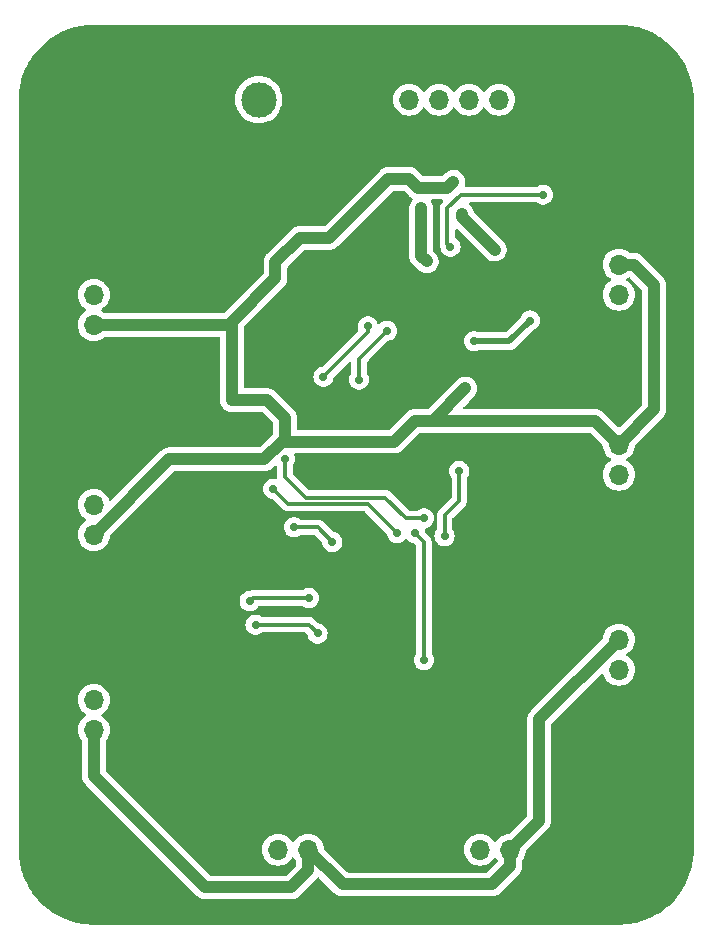
<source format=gbr>
%TF.GenerationSoftware,KiCad,Pcbnew,7.0.5*%
%TF.CreationDate,2023-09-16T15:28:57-07:00*%
%TF.ProjectId,PCF8574DIOI2C,50434638-3537-4344-9449-4f4932432e6b,rev?*%
%TF.SameCoordinates,Original*%
%TF.FileFunction,Copper,L2,Bot*%
%TF.FilePolarity,Positive*%
%FSLAX46Y46*%
G04 Gerber Fmt 4.6, Leading zero omitted, Abs format (unit mm)*
G04 Created by KiCad (PCBNEW 7.0.5) date 2023-09-16 15:28:57*
%MOMM*%
%LPD*%
G01*
G04 APERTURE LIST*
%TA.AperFunction,ComponentPad*%
%ADD10R,1.700000X1.700000*%
%TD*%
%TA.AperFunction,ComponentPad*%
%ADD11O,1.700000X1.700000*%
%TD*%
%TA.AperFunction,ComponentPad*%
%ADD12C,5.600000*%
%TD*%
%TA.AperFunction,ComponentPad*%
%ADD13R,3.000000X3.000000*%
%TD*%
%TA.AperFunction,ComponentPad*%
%ADD14C,3.000000*%
%TD*%
%TA.AperFunction,ViaPad*%
%ADD15C,0.700000*%
%TD*%
%TA.AperFunction,Conductor*%
%ADD16C,1.000000*%
%TD*%
%TA.AperFunction,Conductor*%
%ADD17C,0.300000*%
%TD*%
%TA.AperFunction,Conductor*%
%ADD18C,0.500000*%
%TD*%
G04 APERTURE END LIST*
D10*
%TO.P,J7,1,Pin_1*%
%TO.N,GND*%
X114300000Y-99075000D03*
D11*
%TO.P,J7,2,Pin_2*%
%TO.N,Net-(J7-Pin_2)*%
X114300000Y-101615000D03*
%TO.P,J7,3,Pin_3*%
%TO.N,+5V*%
X114300000Y-104155000D03*
%TD*%
D10*
%TO.P,J5,1,Pin_1*%
%TO.N,GND*%
X127365000Y-114300000D03*
D11*
%TO.P,J5,2,Pin_2*%
%TO.N,Net-(J5-Pin_2)*%
X129905000Y-114300000D03*
%TO.P,J5,3,Pin_3*%
%TO.N,+5V*%
X132445000Y-114300000D03*
%TD*%
D12*
%TO.P,J2,1,Pin_1*%
%TO.N,GND*%
X158750000Y-50800000D03*
%TD*%
D10*
%TO.P,J8,1,Pin_1*%
%TO.N,GND*%
X114300000Y-82565000D03*
D11*
%TO.P,J8,2,Pin_2*%
%TO.N,Net-(J8-Pin_2)*%
X114300000Y-85105000D03*
%TO.P,J8,3,Pin_3*%
%TO.N,+5V*%
X114300000Y-87645000D03*
%TD*%
D13*
%TO.P,J15,1,Pin_1*%
%TO.N,GND*%
X123190000Y-50800000D03*
D14*
%TO.P,J15,2,Pin_2*%
%TO.N,Net-(J15-Pin_2)*%
X128270000Y-50800000D03*
%TD*%
D10*
%TO.P,J14,1,Pin_1*%
%TO.N,GND*%
X158750000Y-69850000D03*
D11*
%TO.P,J14,2,Pin_2*%
%TO.N,Net-(J14-Pin_2)*%
X158750000Y-67310000D03*
%TO.P,J14,3,Pin_3*%
%TO.N,+5V*%
X158750000Y-64770000D03*
%TD*%
D10*
%TO.P,J13,1,Pin_1*%
%TO.N,GND*%
X158750000Y-85090000D03*
D11*
%TO.P,J13,2,Pin_2*%
%TO.N,Net-(J13-Pin_2)*%
X158750000Y-82550000D03*
%TO.P,J13,3,Pin_3*%
%TO.N,+5V*%
X158750000Y-80010000D03*
%TD*%
D10*
%TO.P,J12,1,Pin_1*%
%TO.N,GND*%
X144475000Y-114300000D03*
D11*
%TO.P,J12,2,Pin_2*%
%TO.N,Net-(J12-Pin_2)*%
X147015000Y-114300000D03*
%TO.P,J12,3,Pin_3*%
%TO.N,+5V*%
X149555000Y-114300000D03*
%TD*%
D10*
%TO.P,J11,1,Pin_1*%
%TO.N,GND*%
X114300000Y-64785000D03*
D11*
%TO.P,J11,2,Pin_2*%
%TO.N,Net-(J11-Pin_2)*%
X114300000Y-67325000D03*
%TO.P,J11,3,Pin_3*%
%TO.N,+5V*%
X114300000Y-69865000D03*
%TD*%
D12*
%TO.P,J3,1,Pin_1*%
%TO.N,GND*%
X114300000Y-114300000D03*
%TD*%
%TO.P,J1,1,Pin_1*%
%TO.N,GND*%
X114300000Y-50800000D03*
%TD*%
D10*
%TO.P,J9,1,Pin_1*%
%TO.N,GND*%
X138435000Y-50800000D03*
D11*
%TO.P,J9,2,Pin_2*%
%TO.N,/I2CConnector/VI2C*%
X140975000Y-50800000D03*
%TO.P,J9,3,Pin_3*%
%TO.N,Net-(D18-A)*%
X143515000Y-50800000D03*
%TO.P,J9,4,Pin_4*%
%TO.N,Net-(D17-A)*%
X146055000Y-50800000D03*
%TO.P,J9,5,Pin_5*%
%TO.N,/I2CConnector/INT*%
X148595000Y-50800000D03*
%TD*%
D12*
%TO.P,J4,1,Pin_1*%
%TO.N,GND*%
X158750000Y-114300000D03*
%TD*%
D10*
%TO.P,J6,1,Pin_1*%
%TO.N,GND*%
X158750000Y-101600000D03*
D11*
%TO.P,J6,2,Pin_2*%
%TO.N,Net-(J6-Pin_2)*%
X158750000Y-99060000D03*
%TO.P,J6,3,Pin_3*%
%TO.N,+5V*%
X158750000Y-96520000D03*
%TD*%
D15*
%TO.N,GND*%
X126000000Y-86500000D03*
X115000000Y-90500000D03*
X153500000Y-64000000D03*
X142500000Y-101000000D03*
X140000000Y-59500000D03*
X131500000Y-106000000D03*
X132500000Y-69500000D03*
X143500000Y-81000000D03*
X127500000Y-83000000D03*
X140337500Y-55837500D03*
X137500000Y-101000000D03*
X148000000Y-75500000D03*
X142000000Y-73500000D03*
X148000000Y-67000000D03*
X154500000Y-104500000D03*
X138000000Y-94500000D03*
X162500000Y-79500000D03*
X140000000Y-71500000D03*
X134750000Y-82250000D03*
X147000000Y-96500000D03*
X147500000Y-83725000D03*
X147000000Y-101000000D03*
X153250000Y-52250000D03*
X135500000Y-98000000D03*
X142000000Y-67500000D03*
X143250000Y-92250000D03*
X150500000Y-99500000D03*
X136500000Y-78000000D03*
X137500000Y-107250000D03*
X159500000Y-76500000D03*
X145000000Y-107250000D03*
X124500000Y-67500000D03*
X127500000Y-91500000D03*
X112500000Y-108000000D03*
X124500000Y-78000000D03*
X133000000Y-90500000D03*
X148250000Y-107250000D03*
X116000000Y-72500000D03*
X128250000Y-78000000D03*
X116500000Y-107000000D03*
X150250000Y-54000000D03*
X135000000Y-112500000D03*
X138750000Y-63250000D03*
X145750000Y-54250000D03*
X129250000Y-72750000D03*
%TO.N,+5V*%
X129687500Y-65937500D03*
X141500000Y-78000000D03*
X152000000Y-104500000D03*
X126250000Y-81250000D03*
X131750000Y-62500000D03*
X141750000Y-58250000D03*
X145750000Y-75250000D03*
X144750000Y-57750000D03*
X126000000Y-76250000D03*
%TO.N,Net-(D17-A)*%
X145500000Y-60500000D03*
X148250000Y-63500000D03*
%TO.N,Net-(D18-A)*%
X142500000Y-64500000D03*
X142000000Y-60000000D03*
%TO.N,/PCF8574/HighSideGate3/IN*%
X133250000Y-96000000D03*
X128000000Y-95250000D03*
%TO.N,/PCF8574/HighSideGate5/IN*%
X129500000Y-83750000D03*
X140000000Y-87500000D03*
%TO.N,/PCF8574/HighSideGate6/IN*%
X130500000Y-81250000D03*
X142250000Y-86250000D03*
%TO.N,/PCF8574/HighSideGate7/IN*%
X142250000Y-98250000D03*
X141500000Y-87500000D03*
%TO.N,/PCF8574/HighSideGate4/IN*%
X145250000Y-82250000D03*
X144000000Y-87750000D03*
%TO.N,/I2CConnector/INT*%
X134500000Y-88250000D03*
X133750000Y-74250000D03*
X152338750Y-58838750D03*
X137500000Y-70000000D03*
X144500000Y-63250000D03*
X131250000Y-87000000D03*
%TO.N,/EEPROMI2C/SCL*%
X151250000Y-69500000D03*
X146500000Y-71250000D03*
%TO.N,/EEPROMI2C/SDA*%
X139125000Y-70375000D03*
X136750000Y-74500000D03*
%TO.N,/PCF8574/A1*%
X132500000Y-93000000D03*
X127500000Y-93250000D03*
%TD*%
D16*
%TO.N,GND*%
X114300000Y-58700000D02*
X110750000Y-62250000D01*
X140337500Y-52702500D02*
X138435000Y-50800000D01*
X113185000Y-82565000D02*
X114300000Y-82565000D01*
X110750000Y-62250000D02*
X110750000Y-79015000D01*
X139750000Y-82250000D02*
X142000000Y-80000000D01*
X114300000Y-99075000D02*
X114075000Y-99075000D01*
X151500000Y-54000000D02*
X153250000Y-52250000D01*
X148250000Y-107250000D02*
X145000000Y-107250000D01*
X148865000Y-85090000D02*
X158750000Y-85090000D01*
X147500000Y-81250000D02*
X147500000Y-83725000D01*
X142000000Y-74000000D02*
X140000000Y-76000000D01*
X140000000Y-62000000D02*
X138750000Y-63250000D01*
X114075000Y-99075000D02*
X110750000Y-95750000D01*
X142000000Y-73500000D02*
X142000000Y-74000000D01*
X112175000Y-99075000D02*
X110500000Y-100750000D01*
X140000000Y-71500000D02*
X142000000Y-73500000D01*
X144475000Y-107775000D02*
X145000000Y-107250000D01*
X145000000Y-107250000D02*
X137500000Y-107250000D01*
X146250000Y-80000000D02*
X147500000Y-81250000D01*
X145250000Y-54750000D02*
X145750000Y-54250000D01*
X140337500Y-54750000D02*
X140337500Y-52702500D01*
X124500000Y-78000000D02*
X128250000Y-78000000D01*
X110750000Y-95750000D02*
X110750000Y-85000000D01*
X110500000Y-110500000D02*
X114300000Y-114300000D01*
X140337500Y-54750000D02*
X145250000Y-54750000D01*
X140000000Y-59500000D02*
X140000000Y-62000000D01*
X134750000Y-82250000D02*
X139750000Y-82250000D01*
X110750000Y-85000000D02*
X113185000Y-82565000D01*
X131500000Y-76000000D02*
X129250000Y-73750000D01*
X110750000Y-79015000D02*
X114300000Y-82565000D01*
X140337500Y-55837500D02*
X140337500Y-54750000D01*
X140000000Y-76000000D02*
X131500000Y-76000000D01*
X114300000Y-99075000D02*
X112175000Y-99075000D01*
X110500000Y-100750000D02*
X110500000Y-110500000D01*
X145750000Y-54250000D02*
X150000000Y-54250000D01*
X150000000Y-54250000D02*
X150250000Y-54000000D01*
X114300000Y-50800000D02*
X114300000Y-58700000D01*
X129250000Y-73750000D02*
X129250000Y-72750000D01*
X144475000Y-114300000D02*
X144475000Y-107775000D01*
X147500000Y-83725000D02*
X148865000Y-85090000D01*
X150250000Y-54000000D02*
X151500000Y-54000000D01*
X142000000Y-80000000D02*
X146250000Y-80000000D01*
%TO.N,+5V*%
X152000000Y-111855000D02*
X149555000Y-114300000D01*
X141500000Y-78000000D02*
X143000000Y-78000000D01*
X126000000Y-69625000D02*
X126000000Y-76250000D01*
X160020000Y-64770000D02*
X161750000Y-66500000D01*
X132445000Y-116055000D02*
X132445000Y-114300000D01*
X158750000Y-64770000D02*
X160020000Y-64770000D01*
X128750000Y-81250000D02*
X126250000Y-81250000D01*
X144750000Y-57750000D02*
X144250000Y-58250000D01*
X120695000Y-81250000D02*
X114300000Y-87645000D01*
X152000000Y-104500000D02*
X152000000Y-111855000D01*
X126250000Y-81250000D02*
X120695000Y-81250000D01*
X144250000Y-58250000D02*
X141750000Y-58250000D01*
X139750000Y-79750000D02*
X130250000Y-79750000D01*
X141500000Y-78000000D02*
X156740000Y-78000000D01*
X161750000Y-66500000D02*
X161750000Y-77010000D01*
X135395000Y-117250000D02*
X132445000Y-114300000D01*
X156740000Y-78000000D02*
X158750000Y-80010000D01*
X129687500Y-65937500D02*
X129687500Y-64562500D01*
X114300000Y-104155000D02*
X114300000Y-108050000D01*
X130500000Y-77750000D02*
X129000000Y-76250000D01*
X129687500Y-64562500D02*
X131750000Y-62500000D01*
X125760000Y-69865000D02*
X114300000Y-69865000D01*
X143000000Y-78000000D02*
X145750000Y-75250000D01*
X152000000Y-103270000D02*
X152000000Y-104500000D01*
X130500000Y-79750000D02*
X130500000Y-77750000D01*
X161750000Y-77010000D02*
X158750000Y-80010000D01*
X129687500Y-65937500D02*
X126000000Y-69625000D01*
X131750000Y-62500000D02*
X134250000Y-62500000D01*
X114300000Y-108050000D02*
X123750000Y-117500000D01*
X126000000Y-69625000D02*
X125760000Y-69865000D01*
X123750000Y-117500000D02*
X131000000Y-117500000D01*
X139250000Y-57500000D02*
X141000000Y-57500000D01*
X141000000Y-57500000D02*
X141750000Y-58250000D01*
X131000000Y-117500000D02*
X132445000Y-116055000D01*
X129000000Y-76250000D02*
X126000000Y-76250000D01*
X149555000Y-114300000D02*
X149555000Y-115695000D01*
X134250000Y-62500000D02*
X139250000Y-57500000D01*
X149555000Y-115695000D02*
X148000000Y-117250000D01*
X148000000Y-117250000D02*
X135395000Y-117250000D01*
X141500000Y-78000000D02*
X139750000Y-79750000D01*
X130250000Y-79750000D02*
X128750000Y-81250000D01*
X158750000Y-96520000D02*
X152000000Y-103270000D01*
%TO.N,Net-(D17-A)*%
X145500000Y-60750000D02*
X148250000Y-63500000D01*
X145500000Y-60500000D02*
X145500000Y-60750000D01*
%TO.N,Net-(D18-A)*%
X142000000Y-60000000D02*
X142000000Y-64000000D01*
X142000000Y-64000000D02*
X142500000Y-64500000D01*
D17*
%TO.N,/PCF8574/HighSideGate3/IN*%
X133250000Y-96000000D02*
X132500000Y-95250000D01*
X132500000Y-95250000D02*
X128000000Y-95250000D01*
%TO.N,/PCF8574/HighSideGate5/IN*%
X137500000Y-85000000D02*
X140000000Y-87500000D01*
X129500000Y-83750000D02*
X130750000Y-85000000D01*
X130750000Y-85000000D02*
X137500000Y-85000000D01*
%TO.N,/PCF8574/HighSideGate6/IN*%
X139000000Y-84500000D02*
X132250000Y-84500000D01*
X132250000Y-84500000D02*
X130500000Y-82750000D01*
X142250000Y-86250000D02*
X140750000Y-86250000D01*
X130500000Y-82750000D02*
X130500000Y-81250000D01*
X140750000Y-86250000D02*
X139000000Y-84500000D01*
%TO.N,/PCF8574/HighSideGate7/IN*%
X142250000Y-88250000D02*
X142250000Y-98250000D01*
X141500000Y-87500000D02*
X142250000Y-88250000D01*
%TO.N,/PCF8574/HighSideGate4/IN*%
X144000000Y-86000000D02*
X144000000Y-87750000D01*
X145250000Y-84750000D02*
X144000000Y-86000000D01*
X145250000Y-82250000D02*
X145250000Y-84750000D01*
%TO.N,/I2CConnector/INT*%
X145411250Y-58838750D02*
X152338750Y-58838750D01*
X144250000Y-60000000D02*
X145411250Y-58838750D01*
X137500000Y-70500000D02*
X137500000Y-70000000D01*
X144250000Y-63000000D02*
X144250000Y-60000000D01*
X144500000Y-63250000D02*
X144250000Y-63000000D01*
X133750000Y-74250000D02*
X137500000Y-70500000D01*
X133250000Y-87000000D02*
X134500000Y-88250000D01*
X131250000Y-87000000D02*
X133250000Y-87000000D01*
D18*
%TO.N,/EEPROMI2C/SCL*%
X151250000Y-69500000D02*
X149500000Y-71250000D01*
X149500000Y-71250000D02*
X146500000Y-71250000D01*
D17*
%TO.N,/EEPROMI2C/SDA*%
X139125000Y-70375000D02*
X136750000Y-72750000D01*
X136750000Y-72750000D02*
X136750000Y-74500000D01*
%TO.N,/PCF8574/A1*%
X132500000Y-93000000D02*
X127750000Y-93000000D01*
X127750000Y-93000000D02*
X127500000Y-93250000D01*
%TD*%
%TA.AperFunction,Conductor*%
%TO.N,GND*%
G36*
X158751132Y-44450542D02*
G01*
X159017225Y-44460498D01*
X159227583Y-44468764D01*
X159232032Y-44469102D01*
X159485974Y-44497715D01*
X159711099Y-44524360D01*
X159715303Y-44525006D01*
X159963451Y-44571958D01*
X160188986Y-44616819D01*
X160192853Y-44617721D01*
X160435652Y-44682779D01*
X160658288Y-44745569D01*
X160661911Y-44746713D01*
X160898532Y-44829511D01*
X161116363Y-44909873D01*
X161119661Y-44911200D01*
X161348568Y-45011071D01*
X161349704Y-45011581D01*
X161560484Y-45108752D01*
X161563428Y-45110207D01*
X161784014Y-45226790D01*
X161785262Y-45227469D01*
X161988027Y-45341023D01*
X161990662Y-45342587D01*
X162196667Y-45472028D01*
X162201743Y-45475218D01*
X162203185Y-45476152D01*
X162396495Y-45605318D01*
X162398867Y-45606984D01*
X162599333Y-45754935D01*
X162600874Y-45756110D01*
X162783553Y-45900123D01*
X162785549Y-45901767D01*
X162974378Y-46064267D01*
X162976007Y-46065721D01*
X163146852Y-46223648D01*
X163148594Y-46225324D01*
X163324674Y-46401404D01*
X163326362Y-46403159D01*
X163484277Y-46573991D01*
X163485738Y-46575628D01*
X163648223Y-46764440D01*
X163649883Y-46766456D01*
X163793868Y-46949099D01*
X163795063Y-46950665D01*
X163943014Y-47151131D01*
X163944680Y-47153503D01*
X164073834Y-47346795D01*
X164074780Y-47348255D01*
X164207390Y-47559301D01*
X164208988Y-47561993D01*
X164322508Y-47764698D01*
X164323228Y-47766022D01*
X164439777Y-47986542D01*
X164441259Y-47989541D01*
X164538414Y-48200288D01*
X164538936Y-48201451D01*
X164638796Y-48430333D01*
X164640138Y-48433668D01*
X164720486Y-48651463D01*
X164803284Y-48888086D01*
X164804436Y-48891735D01*
X164867221Y-49114353D01*
X164932270Y-49357118D01*
X164933188Y-49361057D01*
X164978039Y-49586534D01*
X165024989Y-49834677D01*
X165025640Y-49838917D01*
X165052279Y-50063983D01*
X165080894Y-50317950D01*
X165081237Y-50322459D01*
X165089521Y-50533300D01*
X165090480Y-50558942D01*
X165099457Y-50798868D01*
X165099500Y-50801152D01*
X165099500Y-114298847D01*
X165099457Y-114301132D01*
X165095388Y-114409903D01*
X165089521Y-114566699D01*
X165081237Y-114777539D01*
X165080894Y-114782048D01*
X165052279Y-115036015D01*
X165025640Y-115261081D01*
X165024989Y-115265321D01*
X164978039Y-115513464D01*
X164933192Y-115738927D01*
X164932270Y-115742880D01*
X164867221Y-115985645D01*
X164804436Y-116208263D01*
X164803284Y-116211912D01*
X164720486Y-116448535D01*
X164640138Y-116666330D01*
X164638796Y-116669665D01*
X164538936Y-116898547D01*
X164538414Y-116899710D01*
X164441259Y-117110457D01*
X164439769Y-117113472D01*
X164323228Y-117333976D01*
X164322508Y-117335300D01*
X164208988Y-117538005D01*
X164207390Y-117540697D01*
X164074780Y-117751743D01*
X164073834Y-117753203D01*
X163944680Y-117946495D01*
X163943014Y-117948867D01*
X163795063Y-118149333D01*
X163793868Y-118150899D01*
X163649906Y-118333515D01*
X163648210Y-118335574D01*
X163485743Y-118524364D01*
X163484277Y-118526007D01*
X163326362Y-118696839D01*
X163324674Y-118698594D01*
X163148594Y-118874674D01*
X163146839Y-118876362D01*
X162976007Y-119034277D01*
X162974364Y-119035743D01*
X162785574Y-119198210D01*
X162783515Y-119199906D01*
X162600899Y-119343868D01*
X162599333Y-119345063D01*
X162398867Y-119493014D01*
X162396495Y-119494680D01*
X162203203Y-119623834D01*
X162201743Y-119624780D01*
X161990697Y-119757390D01*
X161988005Y-119758988D01*
X161785300Y-119872508D01*
X161783976Y-119873228D01*
X161563472Y-119989769D01*
X161560457Y-119991259D01*
X161349710Y-120088414D01*
X161348547Y-120088936D01*
X161119665Y-120188796D01*
X161116330Y-120190138D01*
X160898535Y-120270486D01*
X160661912Y-120353284D01*
X160658263Y-120354436D01*
X160435645Y-120417221D01*
X160192880Y-120482270D01*
X160188927Y-120483192D01*
X159963464Y-120528039D01*
X159715321Y-120574989D01*
X159711081Y-120575640D01*
X159486015Y-120602279D01*
X159232048Y-120630894D01*
X159227538Y-120631237D01*
X159016889Y-120639513D01*
X158853648Y-120645621D01*
X158751132Y-120649457D01*
X158748848Y-120649500D01*
X114301152Y-120649500D01*
X114298867Y-120649457D01*
X114191409Y-120645436D01*
X114033109Y-120639513D01*
X113822460Y-120631237D01*
X113817950Y-120630894D01*
X113563983Y-120602279D01*
X113338917Y-120575640D01*
X113334677Y-120574989D01*
X113086534Y-120528039D01*
X112861057Y-120483188D01*
X112857118Y-120482270D01*
X112614353Y-120417221D01*
X112391735Y-120354436D01*
X112388086Y-120353284D01*
X112151463Y-120270486D01*
X111933668Y-120190138D01*
X111930333Y-120188796D01*
X111701451Y-120088936D01*
X111700288Y-120088414D01*
X111489541Y-119991259D01*
X111486542Y-119989777D01*
X111351687Y-119918504D01*
X111266022Y-119873228D01*
X111264698Y-119872508D01*
X111061993Y-119758988D01*
X111059313Y-119757397D01*
X110937545Y-119680885D01*
X110848255Y-119624780D01*
X110846795Y-119623834D01*
X110653503Y-119494680D01*
X110651131Y-119493014D01*
X110450665Y-119345063D01*
X110449099Y-119343868D01*
X110266456Y-119199883D01*
X110264440Y-119198223D01*
X110075628Y-119035738D01*
X110073991Y-119034277D01*
X109903159Y-118876362D01*
X109901404Y-118874674D01*
X109725324Y-118698594D01*
X109723648Y-118696852D01*
X109565721Y-118526007D01*
X109564255Y-118524364D01*
X109545661Y-118502757D01*
X109401767Y-118335549D01*
X109400123Y-118333553D01*
X109256110Y-118150874D01*
X109254935Y-118149333D01*
X109249063Y-118141377D01*
X109106979Y-117948860D01*
X109105318Y-117946495D01*
X109084743Y-117915703D01*
X108976152Y-117753185D01*
X108975218Y-117751743D01*
X108972028Y-117746667D01*
X108842587Y-117540662D01*
X108841023Y-117538027D01*
X108727469Y-117335262D01*
X108726790Y-117334014D01*
X108610207Y-117113428D01*
X108608752Y-117110484D01*
X108511581Y-116899704D01*
X108511062Y-116898547D01*
X108411202Y-116669665D01*
X108409873Y-116666363D01*
X108329507Y-116448521D01*
X108277434Y-116299706D01*
X108246713Y-116211911D01*
X108245569Y-116208288D01*
X108182779Y-115985652D01*
X108117721Y-115742853D01*
X108116819Y-115738986D01*
X108071958Y-115513451D01*
X108025006Y-115265303D01*
X108024360Y-115261099D01*
X107997715Y-115035974D01*
X107969102Y-114782032D01*
X107968764Y-114777581D01*
X107960489Y-114566983D01*
X107950542Y-114301131D01*
X107950500Y-114298848D01*
X107950500Y-104155000D01*
X112944341Y-104155000D01*
X112964936Y-104390403D01*
X112964938Y-104390413D01*
X113026094Y-104618655D01*
X113026096Y-104618659D01*
X113026097Y-104618663D01*
X113125965Y-104832829D01*
X113125965Y-104832830D01*
X113125967Y-104832834D01*
X113261501Y-105026395D01*
X113261506Y-105026402D01*
X113263180Y-105028076D01*
X113263681Y-105028993D01*
X113264982Y-105030544D01*
X113264670Y-105030805D01*
X113296665Y-105089399D01*
X113299499Y-105115757D01*
X113299499Y-108036509D01*
X113299479Y-108038079D01*
X113297243Y-108126359D01*
X113297243Y-108126367D01*
X113308064Y-108186739D01*
X113308718Y-108191404D01*
X113314925Y-108252430D01*
X113314927Y-108252444D01*
X113325208Y-108285213D01*
X113327079Y-108292837D01*
X113333142Y-108326652D01*
X113333142Y-108326655D01*
X113355894Y-108383612D01*
X113357474Y-108388051D01*
X113375841Y-108446588D01*
X113375844Y-108446595D01*
X113392509Y-108476619D01*
X113395879Y-108483714D01*
X113408622Y-108515614D01*
X113408627Y-108515624D01*
X113442377Y-108566833D01*
X113444818Y-108570863D01*
X113474588Y-108624498D01*
X113474589Y-108624499D01*
X113474591Y-108624502D01*
X113496968Y-108650567D01*
X113501693Y-108656835D01*
X113514263Y-108675906D01*
X113520598Y-108685519D01*
X113563978Y-108728899D01*
X113567169Y-108732343D01*
X113607131Y-108778892D01*
X113607130Y-108778892D01*
X113634299Y-108799923D01*
X113640186Y-108805107D01*
X118449238Y-113614158D01*
X123032986Y-118197906D01*
X123034051Y-118198997D01*
X123083179Y-118250679D01*
X123094940Y-118263052D01*
X123094947Y-118263058D01*
X123129053Y-118286795D01*
X123145303Y-118298106D01*
X123149044Y-118300926D01*
X123196593Y-118339698D01*
X123227045Y-118355604D01*
X123233756Y-118359671D01*
X123261951Y-118379295D01*
X123318332Y-118403490D01*
X123322567Y-118405501D01*
X123376951Y-118433909D01*
X123409973Y-118443356D01*
X123417365Y-118445989D01*
X123448940Y-118459539D01*
X123448941Y-118459540D01*
X123462054Y-118462234D01*
X123509055Y-118471892D01*
X123513595Y-118473006D01*
X123572582Y-118489886D01*
X123606841Y-118492494D01*
X123614609Y-118493585D01*
X123648255Y-118500500D01*
X123648259Y-118500500D01*
X123709601Y-118500500D01*
X123714308Y-118500678D01*
X123741597Y-118502757D01*
X123775475Y-118505337D01*
X123775475Y-118505336D01*
X123775476Y-118505337D01*
X123809559Y-118500996D01*
X123817389Y-118500500D01*
X130986507Y-118500500D01*
X130988069Y-118500519D01*
X131025283Y-118501462D01*
X131076358Y-118502757D01*
X131076358Y-118502756D01*
X131076363Y-118502757D01*
X131136753Y-118491932D01*
X131141412Y-118491280D01*
X131183607Y-118486988D01*
X131202438Y-118485074D01*
X131235227Y-118474786D01*
X131242840Y-118472918D01*
X131276653Y-118466858D01*
X131333621Y-118444101D01*
X131338053Y-118442524D01*
X131396588Y-118424159D01*
X131426627Y-118407484D01*
X131433708Y-118404122D01*
X131465617Y-118391377D01*
X131516854Y-118357608D01*
X131520851Y-118355187D01*
X131574502Y-118325409D01*
X131600568Y-118303030D01*
X131606843Y-118298300D01*
X131607145Y-118298101D01*
X131635519Y-118279402D01*
X131678917Y-118236002D01*
X131682336Y-118232834D01*
X131728895Y-118192866D01*
X131749931Y-118165688D01*
X131755101Y-118159818D01*
X133143001Y-116771918D01*
X133144014Y-116770931D01*
X133208053Y-116710059D01*
X133218634Y-116694855D01*
X133273084Y-116651077D01*
X133342561Y-116643686D01*
X133405006Y-116675030D01*
X133408090Y-116678010D01*
X134677986Y-117947906D01*
X134679051Y-117948997D01*
X134714252Y-117986028D01*
X134739940Y-118013052D01*
X134739947Y-118013058D01*
X134774053Y-118036795D01*
X134790303Y-118048106D01*
X134794044Y-118050926D01*
X134841593Y-118089698D01*
X134872045Y-118105604D01*
X134878758Y-118109672D01*
X134906951Y-118129295D01*
X134963329Y-118153489D01*
X134967578Y-118155507D01*
X135021951Y-118183909D01*
X135049489Y-118191788D01*
X135054974Y-118193358D01*
X135062368Y-118195990D01*
X135093942Y-118209540D01*
X135093945Y-118209540D01*
X135093946Y-118209541D01*
X135154022Y-118221887D01*
X135158600Y-118223010D01*
X135160704Y-118223612D01*
X135217582Y-118239887D01*
X135251839Y-118242495D01*
X135259614Y-118243586D01*
X135293255Y-118250500D01*
X135293259Y-118250500D01*
X135354598Y-118250500D01*
X135359304Y-118250678D01*
X135386595Y-118252757D01*
X135420475Y-118255337D01*
X135420475Y-118255336D01*
X135420476Y-118255337D01*
X135454559Y-118250996D01*
X135462389Y-118250500D01*
X147986507Y-118250500D01*
X147988069Y-118250519D01*
X148025283Y-118251462D01*
X148076358Y-118252757D01*
X148076358Y-118252756D01*
X148076363Y-118252757D01*
X148136753Y-118241932D01*
X148141412Y-118241280D01*
X148183607Y-118236988D01*
X148202438Y-118235074D01*
X148235227Y-118224786D01*
X148242840Y-118222918D01*
X148276653Y-118216858D01*
X148333621Y-118194101D01*
X148338053Y-118192524D01*
X148396588Y-118174159D01*
X148426627Y-118157484D01*
X148433708Y-118154122D01*
X148465617Y-118141377D01*
X148516854Y-118107608D01*
X148520851Y-118105187D01*
X148574502Y-118075409D01*
X148600568Y-118053030D01*
X148606843Y-118048300D01*
X148607145Y-118048101D01*
X148635519Y-118029402D01*
X148678892Y-117986027D01*
X148682350Y-117982823D01*
X148685613Y-117980020D01*
X148728895Y-117942866D01*
X148749928Y-117915691D01*
X148755098Y-117909821D01*
X150252982Y-116411936D01*
X150253995Y-116410949D01*
X150318053Y-116350059D01*
X150353099Y-116299706D01*
X150355938Y-116295941D01*
X150359612Y-116291435D01*
X150394698Y-116248407D01*
X150410601Y-116217960D01*
X150414674Y-116211239D01*
X150419489Y-116204320D01*
X150434295Y-116183049D01*
X150458492Y-116126660D01*
X150460498Y-116122435D01*
X150488909Y-116068049D01*
X150498357Y-116035022D01*
X150500988Y-116027633D01*
X150514540Y-115996058D01*
X150526895Y-115935930D01*
X150527999Y-115931429D01*
X150544886Y-115872418D01*
X150547494Y-115838157D01*
X150548585Y-115830389D01*
X150555500Y-115796743D01*
X150555500Y-115735398D01*
X150555679Y-115730688D01*
X150557034Y-115712897D01*
X150560337Y-115669524D01*
X150555997Y-115635442D01*
X150555500Y-115627603D01*
X150555500Y-115260758D01*
X150575185Y-115193719D01*
X150591819Y-115173077D01*
X150592164Y-115172732D01*
X150593495Y-115171401D01*
X150729035Y-114977830D01*
X150828903Y-114763663D01*
X150890063Y-114535408D01*
X150901043Y-114409901D01*
X150926495Y-114344834D01*
X150936882Y-114333037D01*
X152697984Y-112571935D01*
X152698995Y-112570951D01*
X152763053Y-112510059D01*
X152798099Y-112459706D01*
X152800938Y-112455941D01*
X152804612Y-112451435D01*
X152839698Y-112408407D01*
X152855601Y-112377960D01*
X152859674Y-112371239D01*
X152864489Y-112364320D01*
X152879295Y-112343049D01*
X152903492Y-112286660D01*
X152905498Y-112282435D01*
X152933909Y-112228049D01*
X152943357Y-112195022D01*
X152945988Y-112187633D01*
X152959540Y-112156058D01*
X152971895Y-112095930D01*
X152972999Y-112091429D01*
X152989886Y-112032418D01*
X152992494Y-111998157D01*
X152993585Y-111990389D01*
X153000500Y-111956743D01*
X153000500Y-111895398D01*
X153000679Y-111890688D01*
X153005337Y-111829524D01*
X153000997Y-111795442D01*
X153000500Y-111787603D01*
X153000500Y-103735782D01*
X153020185Y-103668743D01*
X153036819Y-103648101D01*
X155069921Y-101614999D01*
X157257697Y-99427222D01*
X157319018Y-99393739D01*
X157388710Y-99398723D01*
X157444643Y-99440595D01*
X157465151Y-99482812D01*
X157476094Y-99523655D01*
X157476096Y-99523659D01*
X157476097Y-99523663D01*
X157575964Y-99737829D01*
X157575965Y-99737830D01*
X157575967Y-99737834D01*
X157684281Y-99892521D01*
X157711505Y-99931401D01*
X157878599Y-100098495D01*
X157975384Y-100166264D01*
X158072165Y-100234032D01*
X158072167Y-100234033D01*
X158072170Y-100234035D01*
X158286337Y-100333903D01*
X158286343Y-100333904D01*
X158286344Y-100333905D01*
X158313189Y-100341098D01*
X158514592Y-100395063D01*
X158702918Y-100411539D01*
X158749999Y-100415659D01*
X158750000Y-100415659D01*
X158750001Y-100415659D01*
X158789234Y-100412226D01*
X158985408Y-100395063D01*
X159213663Y-100333903D01*
X159427830Y-100234035D01*
X159621401Y-100098495D01*
X159788495Y-99931401D01*
X159924035Y-99737830D01*
X160023903Y-99523663D01*
X160085063Y-99295408D01*
X160105659Y-99060000D01*
X160085063Y-98824592D01*
X160038626Y-98651285D01*
X160023905Y-98596344D01*
X160023904Y-98596343D01*
X160023903Y-98596337D01*
X159924035Y-98382171D01*
X159831489Y-98250000D01*
X159788494Y-98188597D01*
X159621402Y-98021506D01*
X159621396Y-98021501D01*
X159435842Y-97891575D01*
X159392217Y-97836998D01*
X159385023Y-97767500D01*
X159416546Y-97705145D01*
X159435842Y-97688425D01*
X159485289Y-97653802D01*
X159621401Y-97558495D01*
X159788495Y-97391401D01*
X159924035Y-97197830D01*
X160023903Y-96983663D01*
X160085063Y-96755408D01*
X160105659Y-96520000D01*
X160085063Y-96284592D01*
X160028198Y-96072367D01*
X160023905Y-96056344D01*
X160023904Y-96056343D01*
X160023903Y-96056337D01*
X159924035Y-95842171D01*
X159910050Y-95822197D01*
X159788494Y-95648597D01*
X159621402Y-95481506D01*
X159621395Y-95481501D01*
X159427834Y-95345967D01*
X159427830Y-95345965D01*
X159427829Y-95345964D01*
X159213663Y-95246097D01*
X159213659Y-95246096D01*
X159213655Y-95246094D01*
X158985413Y-95184938D01*
X158985403Y-95184936D01*
X158750001Y-95164341D01*
X158749999Y-95164341D01*
X158514596Y-95184936D01*
X158514586Y-95184938D01*
X158286344Y-95246094D01*
X158286335Y-95246098D01*
X158072171Y-95345964D01*
X158072169Y-95345965D01*
X157878597Y-95481505D01*
X157711505Y-95648597D01*
X157575965Y-95842169D01*
X157575964Y-95842171D01*
X157476098Y-96056335D01*
X157476094Y-96056344D01*
X157414938Y-96284586D01*
X157414936Y-96284596D01*
X157403955Y-96410098D01*
X157378502Y-96475166D01*
X157368108Y-96486970D01*
X151302091Y-102552987D01*
X151300967Y-102554083D01*
X151236946Y-102614942D01*
X151201899Y-102665294D01*
X151199062Y-102669056D01*
X151160302Y-102716592D01*
X151160299Y-102716597D01*
X151144392Y-102747047D01*
X151140324Y-102753761D01*
X151120702Y-102781954D01*
X151096509Y-102838330D01*
X151094488Y-102842584D01*
X151066091Y-102896951D01*
X151066090Y-102896952D01*
X151056640Y-102929975D01*
X151054007Y-102937371D01*
X151040459Y-102968943D01*
X151028113Y-103029019D01*
X151026990Y-103033595D01*
X151010113Y-103092577D01*
X151010113Y-103092579D01*
X151007503Y-103126841D01*
X151006414Y-103134608D01*
X151000980Y-103161052D01*
X150999500Y-103168258D01*
X150999500Y-103229597D01*
X150999321Y-103234306D01*
X150994662Y-103295474D01*
X150996707Y-103311527D01*
X150999003Y-103329560D01*
X150999500Y-103337388D01*
X150999500Y-111389216D01*
X150979815Y-111456255D01*
X150963181Y-111476897D01*
X149521969Y-112918108D01*
X149460646Y-112951593D01*
X149445097Y-112953955D01*
X149319596Y-112964936D01*
X149319586Y-112964938D01*
X149091344Y-113026094D01*
X149091335Y-113026098D01*
X148877171Y-113125964D01*
X148877169Y-113125965D01*
X148683597Y-113261505D01*
X148516505Y-113428597D01*
X148386575Y-113614158D01*
X148331998Y-113657783D01*
X148262500Y-113664977D01*
X148200145Y-113633454D01*
X148183425Y-113614158D01*
X148053494Y-113428597D01*
X147886402Y-113261506D01*
X147886395Y-113261501D01*
X147692834Y-113125967D01*
X147692830Y-113125965D01*
X147692828Y-113125964D01*
X147478663Y-113026097D01*
X147478659Y-113026096D01*
X147478655Y-113026094D01*
X147250413Y-112964938D01*
X147250403Y-112964936D01*
X147015001Y-112944341D01*
X147014999Y-112944341D01*
X146779596Y-112964936D01*
X146779586Y-112964938D01*
X146551344Y-113026094D01*
X146551335Y-113026098D01*
X146337171Y-113125964D01*
X146337169Y-113125965D01*
X146143597Y-113261505D01*
X145976505Y-113428597D01*
X145840965Y-113622169D01*
X145840964Y-113622171D01*
X145741098Y-113836335D01*
X145741094Y-113836344D01*
X145679938Y-114064586D01*
X145679936Y-114064596D01*
X145659341Y-114299999D01*
X145659341Y-114300000D01*
X145679936Y-114535403D01*
X145679938Y-114535413D01*
X145741094Y-114763655D01*
X145741096Y-114763659D01*
X145741097Y-114763663D01*
X145821004Y-114935023D01*
X145840965Y-114977830D01*
X145840967Y-114977834D01*
X145949281Y-115132521D01*
X145976505Y-115171401D01*
X146143599Y-115338495D01*
X146240384Y-115406264D01*
X146337165Y-115474032D01*
X146337167Y-115474033D01*
X146337170Y-115474035D01*
X146551337Y-115573903D01*
X146779592Y-115635063D01*
X146967918Y-115651539D01*
X147014999Y-115655659D01*
X147015000Y-115655659D01*
X147015001Y-115655659D01*
X147054234Y-115652226D01*
X147250408Y-115635063D01*
X147478663Y-115573903D01*
X147692830Y-115474035D01*
X147886401Y-115338495D01*
X148053495Y-115171401D01*
X148183424Y-114985842D01*
X148238002Y-114942217D01*
X148307500Y-114935023D01*
X148369855Y-114966546D01*
X148386575Y-114985842D01*
X148517436Y-115172732D01*
X148539763Y-115238938D01*
X148522753Y-115306705D01*
X148503542Y-115331536D01*
X147621899Y-116213181D01*
X147560576Y-116246666D01*
X147534218Y-116249500D01*
X135860783Y-116249500D01*
X135793744Y-116229815D01*
X135773102Y-116213181D01*
X133826890Y-114266969D01*
X133793405Y-114205646D01*
X133791043Y-114190095D01*
X133780063Y-114064597D01*
X133780063Y-114064596D01*
X133780063Y-114064592D01*
X133718903Y-113836337D01*
X133619035Y-113622171D01*
X133613425Y-113614158D01*
X133483494Y-113428597D01*
X133316402Y-113261506D01*
X133316395Y-113261501D01*
X133122834Y-113125967D01*
X133122830Y-113125965D01*
X133122828Y-113125964D01*
X132908663Y-113026097D01*
X132908659Y-113026096D01*
X132908655Y-113026094D01*
X132680413Y-112964938D01*
X132680403Y-112964936D01*
X132445001Y-112944341D01*
X132444999Y-112944341D01*
X132209596Y-112964936D01*
X132209586Y-112964938D01*
X131981344Y-113026094D01*
X131981335Y-113026098D01*
X131767171Y-113125964D01*
X131767169Y-113125965D01*
X131573597Y-113261505D01*
X131406505Y-113428597D01*
X131276575Y-113614158D01*
X131221998Y-113657783D01*
X131152500Y-113664977D01*
X131090145Y-113633454D01*
X131073425Y-113614158D01*
X130943494Y-113428597D01*
X130776402Y-113261506D01*
X130776395Y-113261501D01*
X130582834Y-113125967D01*
X130582830Y-113125965D01*
X130582828Y-113125964D01*
X130368663Y-113026097D01*
X130368659Y-113026096D01*
X130368655Y-113026094D01*
X130140413Y-112964938D01*
X130140403Y-112964936D01*
X129905001Y-112944341D01*
X129904999Y-112944341D01*
X129669596Y-112964936D01*
X129669586Y-112964938D01*
X129441344Y-113026094D01*
X129441335Y-113026098D01*
X129227171Y-113125964D01*
X129227169Y-113125965D01*
X129033597Y-113261505D01*
X128866505Y-113428597D01*
X128730965Y-113622169D01*
X128730964Y-113622171D01*
X128631098Y-113836335D01*
X128631094Y-113836344D01*
X128569938Y-114064586D01*
X128569936Y-114064596D01*
X128549341Y-114299999D01*
X128549341Y-114300000D01*
X128569936Y-114535403D01*
X128569938Y-114535413D01*
X128631094Y-114763655D01*
X128631096Y-114763659D01*
X128631097Y-114763663D01*
X128711004Y-114935023D01*
X128730965Y-114977830D01*
X128730967Y-114977834D01*
X128839281Y-115132521D01*
X128866505Y-115171401D01*
X129033599Y-115338495D01*
X129130384Y-115406264D01*
X129227165Y-115474032D01*
X129227167Y-115474033D01*
X129227170Y-115474035D01*
X129441337Y-115573903D01*
X129669592Y-115635063D01*
X129857918Y-115651539D01*
X129904999Y-115655659D01*
X129905000Y-115655659D01*
X129905001Y-115655659D01*
X129944234Y-115652226D01*
X130140408Y-115635063D01*
X130368663Y-115573903D01*
X130582830Y-115474035D01*
X130776401Y-115338495D01*
X130943495Y-115171401D01*
X131073424Y-114985842D01*
X131128002Y-114942217D01*
X131197500Y-114935023D01*
X131259855Y-114966546D01*
X131276575Y-114985842D01*
X131406501Y-115171396D01*
X131406506Y-115171402D01*
X131408181Y-115173077D01*
X131408682Y-115173995D01*
X131409982Y-115175544D01*
X131409670Y-115175805D01*
X131441666Y-115234400D01*
X131444500Y-115260758D01*
X131444500Y-115589218D01*
X131424815Y-115656257D01*
X131408181Y-115676899D01*
X130621899Y-116463181D01*
X130560576Y-116496666D01*
X130534218Y-116499500D01*
X124215783Y-116499500D01*
X124148744Y-116479815D01*
X124128102Y-116463181D01*
X115336819Y-107671898D01*
X115303334Y-107610575D01*
X115300500Y-107584217D01*
X115300500Y-105115758D01*
X115320185Y-105048719D01*
X115336819Y-105028077D01*
X115336820Y-105028076D01*
X115338495Y-105026401D01*
X115474035Y-104832830D01*
X115573903Y-104618663D01*
X115635063Y-104390408D01*
X115655659Y-104155000D01*
X115635063Y-103919592D01*
X115573903Y-103691337D01*
X115474035Y-103477171D01*
X115376159Y-103337388D01*
X115338494Y-103283597D01*
X115171402Y-103116506D01*
X115171401Y-103116505D01*
X114985842Y-102986575D01*
X114985841Y-102986574D01*
X114942216Y-102931997D01*
X114935024Y-102862498D01*
X114966546Y-102800144D01*
X114985836Y-102783428D01*
X115171401Y-102653495D01*
X115338495Y-102486401D01*
X115474035Y-102292830D01*
X115573903Y-102078663D01*
X115635063Y-101850408D01*
X115655659Y-101615000D01*
X115635063Y-101379592D01*
X115573903Y-101151337D01*
X115474035Y-100937171D01*
X115338495Y-100743599D01*
X115338494Y-100743597D01*
X115171402Y-100576506D01*
X115171395Y-100576501D01*
X114977834Y-100440967D01*
X114977830Y-100440965D01*
X114879393Y-100395063D01*
X114763663Y-100341097D01*
X114763659Y-100341096D01*
X114763655Y-100341094D01*
X114535413Y-100279938D01*
X114535403Y-100279936D01*
X114300001Y-100259341D01*
X114299999Y-100259341D01*
X114064596Y-100279936D01*
X114064586Y-100279938D01*
X113836344Y-100341094D01*
X113836335Y-100341098D01*
X113622171Y-100440964D01*
X113622169Y-100440965D01*
X113428597Y-100576505D01*
X113261505Y-100743597D01*
X113125965Y-100937169D01*
X113125964Y-100937171D01*
X113026098Y-101151335D01*
X113026094Y-101151344D01*
X112964938Y-101379586D01*
X112964936Y-101379596D01*
X112944341Y-101614999D01*
X112944341Y-101615000D01*
X112964936Y-101850403D01*
X112964938Y-101850413D01*
X113026094Y-102078655D01*
X113026096Y-102078659D01*
X113026097Y-102078663D01*
X113125965Y-102292829D01*
X113125965Y-102292830D01*
X113125967Y-102292834D01*
X113261501Y-102486395D01*
X113261506Y-102486402D01*
X113428597Y-102653493D01*
X113428603Y-102653498D01*
X113614158Y-102783425D01*
X113657783Y-102838002D01*
X113664977Y-102907500D01*
X113633454Y-102969855D01*
X113614158Y-102986575D01*
X113428597Y-103116505D01*
X113261505Y-103283597D01*
X113125965Y-103477169D01*
X113125964Y-103477171D01*
X113046258Y-103648101D01*
X113029323Y-103684420D01*
X113026098Y-103691335D01*
X113026094Y-103691344D01*
X112964938Y-103919586D01*
X112964936Y-103919596D01*
X112944341Y-104154999D01*
X112944341Y-104155000D01*
X107950500Y-104155000D01*
X107950500Y-95249999D01*
X127144815Y-95249999D01*
X127163503Y-95427805D01*
X127163504Y-95427807D01*
X127218747Y-95597829D01*
X127218750Y-95597835D01*
X127308141Y-95752665D01*
X127349812Y-95798946D01*
X127427764Y-95885521D01*
X127427767Y-95885523D01*
X127427770Y-95885526D01*
X127572407Y-95990612D01*
X127735733Y-96063329D01*
X127910609Y-96100500D01*
X127910610Y-96100500D01*
X128089389Y-96100500D01*
X128089391Y-96100500D01*
X128264267Y-96063329D01*
X128427593Y-95990612D01*
X128519024Y-95924182D01*
X128584831Y-95900702D01*
X128591911Y-95900500D01*
X132179192Y-95900500D01*
X132246231Y-95920185D01*
X132266873Y-95936819D01*
X132371371Y-96041317D01*
X132404856Y-96102640D01*
X132407010Y-96116031D01*
X132413503Y-96177803D01*
X132413504Y-96177805D01*
X132413504Y-96177807D01*
X132468747Y-96347829D01*
X132468750Y-96347835D01*
X132558141Y-96502665D01*
X132573749Y-96519999D01*
X132677764Y-96635521D01*
X132677767Y-96635523D01*
X132677770Y-96635526D01*
X132822407Y-96740612D01*
X132985733Y-96813329D01*
X133160609Y-96850500D01*
X133160610Y-96850500D01*
X133339389Y-96850500D01*
X133339391Y-96850500D01*
X133514267Y-96813329D01*
X133677593Y-96740612D01*
X133822230Y-96635526D01*
X133941859Y-96502665D01*
X134031250Y-96347835D01*
X134086497Y-96177803D01*
X134105185Y-96000000D01*
X134086497Y-95822197D01*
X134031250Y-95652165D01*
X133941859Y-95497335D01*
X133895003Y-95445296D01*
X133822235Y-95364478D01*
X133822232Y-95364476D01*
X133822231Y-95364475D01*
X133822230Y-95364474D01*
X133677593Y-95259388D01*
X133514267Y-95186671D01*
X133514265Y-95186670D01*
X133377473Y-95157594D01*
X133349989Y-95151752D01*
X133288508Y-95118561D01*
X133288090Y-95118144D01*
X133020434Y-94850488D01*
X133010361Y-94837914D01*
X133010174Y-94838070D01*
X133005198Y-94832055D01*
X132972382Y-94801240D01*
X132953432Y-94783445D01*
X132952058Y-94782112D01*
X132931035Y-94761089D01*
X132925240Y-94756594D01*
X132920798Y-94752799D01*
X132885396Y-94719554D01*
X132885388Y-94719548D01*
X132866792Y-94709325D01*
X132850531Y-94698644D01*
X132833763Y-94685637D01*
X132810295Y-94675482D01*
X132789178Y-94666343D01*
X132783956Y-94663786D01*
X132741368Y-94640373D01*
X132741365Y-94640372D01*
X132720801Y-94635092D01*
X132702396Y-94628790D01*
X132682927Y-94620365D01*
X132682921Y-94620363D01*
X132634951Y-94612766D01*
X132629236Y-94611582D01*
X132612772Y-94607355D01*
X132582180Y-94599500D01*
X132582177Y-94599500D01*
X132560955Y-94599500D01*
X132541555Y-94597973D01*
X132520596Y-94594653D01*
X132520595Y-94594653D01*
X132496786Y-94596903D01*
X132472230Y-94599225D01*
X132466392Y-94599500D01*
X128591911Y-94599500D01*
X128524872Y-94579815D01*
X128519025Y-94575818D01*
X128427594Y-94509389D01*
X128427593Y-94509388D01*
X128264267Y-94436671D01*
X128264265Y-94436670D01*
X128136594Y-94409533D01*
X128089391Y-94399500D01*
X127910609Y-94399500D01*
X127879954Y-94406015D01*
X127735733Y-94436670D01*
X127735728Y-94436672D01*
X127572408Y-94509387D01*
X127427768Y-94614475D01*
X127308140Y-94747336D01*
X127218750Y-94902164D01*
X127218747Y-94902170D01*
X127163504Y-95072192D01*
X127163503Y-95072194D01*
X127144815Y-95249999D01*
X107950500Y-95249999D01*
X107950500Y-93249999D01*
X126644815Y-93249999D01*
X126663503Y-93427805D01*
X126663504Y-93427807D01*
X126718747Y-93597829D01*
X126718750Y-93597835D01*
X126808141Y-93752665D01*
X126849812Y-93798946D01*
X126927764Y-93885521D01*
X126927767Y-93885523D01*
X126927770Y-93885526D01*
X127072407Y-93990612D01*
X127235733Y-94063329D01*
X127410609Y-94100500D01*
X127410610Y-94100500D01*
X127589389Y-94100500D01*
X127589391Y-94100500D01*
X127764267Y-94063329D01*
X127927593Y-93990612D01*
X128072230Y-93885526D01*
X128191859Y-93752665D01*
X128215048Y-93712499D01*
X128265614Y-93664285D01*
X128322435Y-93650500D01*
X131908089Y-93650500D01*
X131975128Y-93670185D01*
X131980976Y-93674182D01*
X132072407Y-93740612D01*
X132235733Y-93813329D01*
X132410609Y-93850500D01*
X132410610Y-93850500D01*
X132589389Y-93850500D01*
X132589391Y-93850500D01*
X132764267Y-93813329D01*
X132927593Y-93740612D01*
X133072230Y-93635526D01*
X133191859Y-93502665D01*
X133281250Y-93347835D01*
X133336497Y-93177803D01*
X133355185Y-93000000D01*
X133336497Y-92822197D01*
X133281250Y-92652165D01*
X133191859Y-92497335D01*
X133102648Y-92398256D01*
X133072235Y-92364478D01*
X133072232Y-92364476D01*
X133072231Y-92364475D01*
X133072230Y-92364474D01*
X132927593Y-92259388D01*
X132764267Y-92186671D01*
X132764265Y-92186670D01*
X132636594Y-92159533D01*
X132589391Y-92149500D01*
X132410609Y-92149500D01*
X132379954Y-92156015D01*
X132235733Y-92186670D01*
X132235728Y-92186672D01*
X132072408Y-92259388D01*
X132072403Y-92259390D01*
X131980974Y-92325818D01*
X131915168Y-92349298D01*
X131908089Y-92349500D01*
X127835504Y-92349500D01*
X127819493Y-92347732D01*
X127819471Y-92347974D01*
X127811704Y-92347239D01*
X127740764Y-92349469D01*
X127738816Y-92349500D01*
X127709075Y-92349500D01*
X127709071Y-92349500D01*
X127709061Y-92349501D01*
X127701793Y-92350419D01*
X127695976Y-92350876D01*
X127647435Y-92352402D01*
X127647424Y-92352404D01*
X127627048Y-92358323D01*
X127608008Y-92362266D01*
X127586947Y-92364927D01*
X127586942Y-92364928D01*
X127541774Y-92382811D01*
X127536248Y-92384702D01*
X127502270Y-92394575D01*
X127467671Y-92399500D01*
X127410609Y-92399500D01*
X127379954Y-92406015D01*
X127235733Y-92436670D01*
X127235728Y-92436672D01*
X127072408Y-92509387D01*
X126927768Y-92614475D01*
X126808140Y-92747336D01*
X126718750Y-92902164D01*
X126718747Y-92902170D01*
X126663504Y-93072192D01*
X126663503Y-93072194D01*
X126644815Y-93249999D01*
X107950500Y-93249999D01*
X107950500Y-87645000D01*
X112944341Y-87645000D01*
X112964936Y-87880403D01*
X112964938Y-87880413D01*
X113026094Y-88108655D01*
X113026096Y-88108659D01*
X113026097Y-88108663D01*
X113111270Y-88291317D01*
X113125965Y-88322830D01*
X113125967Y-88322834D01*
X113234281Y-88477521D01*
X113261505Y-88516401D01*
X113428599Y-88683495D01*
X113525384Y-88751265D01*
X113622165Y-88819032D01*
X113622167Y-88819033D01*
X113622170Y-88819035D01*
X113836337Y-88918903D01*
X114064592Y-88980063D01*
X114252918Y-88996539D01*
X114299999Y-89000659D01*
X114300000Y-89000659D01*
X114300001Y-89000659D01*
X114339234Y-88997226D01*
X114535408Y-88980063D01*
X114763663Y-88918903D01*
X114977830Y-88819035D01*
X115171401Y-88683495D01*
X115338495Y-88516401D01*
X115474035Y-88322830D01*
X115573903Y-88108663D01*
X115635063Y-87880408D01*
X115646043Y-87754901D01*
X115671495Y-87689834D01*
X115681882Y-87678037D01*
X116359919Y-87000000D01*
X130394815Y-87000000D01*
X130413503Y-87177805D01*
X130413504Y-87177807D01*
X130468747Y-87347829D01*
X130468750Y-87347835D01*
X130558141Y-87502665D01*
X130592944Y-87541317D01*
X130677764Y-87635521D01*
X130677767Y-87635523D01*
X130677770Y-87635526D01*
X130822407Y-87740612D01*
X130985733Y-87813329D01*
X131160609Y-87850500D01*
X131160610Y-87850500D01*
X131339389Y-87850500D01*
X131339391Y-87850500D01*
X131514267Y-87813329D01*
X131677593Y-87740612D01*
X131769024Y-87674182D01*
X131834831Y-87650702D01*
X131841911Y-87650500D01*
X132929192Y-87650500D01*
X132996231Y-87670185D01*
X133016873Y-87686819D01*
X133621371Y-88291317D01*
X133654856Y-88352640D01*
X133657010Y-88366031D01*
X133663503Y-88427803D01*
X133663504Y-88427805D01*
X133663504Y-88427807D01*
X133718747Y-88597829D01*
X133718750Y-88597835D01*
X133808141Y-88752665D01*
X133849812Y-88798946D01*
X133927764Y-88885521D01*
X133927767Y-88885523D01*
X133927770Y-88885526D01*
X134072407Y-88990612D01*
X134235733Y-89063329D01*
X134410609Y-89100500D01*
X134410610Y-89100500D01*
X134589389Y-89100500D01*
X134589391Y-89100500D01*
X134764267Y-89063329D01*
X134927593Y-88990612D01*
X135072230Y-88885526D01*
X135191859Y-88752665D01*
X135281250Y-88597835D01*
X135336497Y-88427803D01*
X135355185Y-88250000D01*
X135336497Y-88072197D01*
X135291636Y-87934129D01*
X135281252Y-87902170D01*
X135281249Y-87902164D01*
X135277018Y-87894835D01*
X135191859Y-87747335D01*
X135137370Y-87686819D01*
X135072235Y-87614478D01*
X135072232Y-87614476D01*
X135072231Y-87614475D01*
X135072230Y-87614474D01*
X134927593Y-87509388D01*
X134764267Y-87436671D01*
X134764265Y-87436670D01*
X134601952Y-87402170D01*
X134599989Y-87401752D01*
X134538508Y-87368561D01*
X134538090Y-87368144D01*
X133770434Y-86600488D01*
X133760361Y-86587914D01*
X133760174Y-86588070D01*
X133755198Y-86582055D01*
X133722382Y-86551240D01*
X133703432Y-86533445D01*
X133702058Y-86532112D01*
X133681035Y-86511089D01*
X133675240Y-86506594D01*
X133670798Y-86502799D01*
X133635396Y-86469554D01*
X133635388Y-86469548D01*
X133616792Y-86459325D01*
X133600531Y-86448644D01*
X133583763Y-86435637D01*
X133560295Y-86425482D01*
X133539178Y-86416343D01*
X133533956Y-86413786D01*
X133491368Y-86390373D01*
X133491365Y-86390372D01*
X133470801Y-86385092D01*
X133452396Y-86378790D01*
X133432927Y-86370365D01*
X133432921Y-86370363D01*
X133384951Y-86362766D01*
X133379236Y-86361582D01*
X133362772Y-86357355D01*
X133332180Y-86349500D01*
X133332177Y-86349500D01*
X133310955Y-86349500D01*
X133291555Y-86347973D01*
X133270596Y-86344653D01*
X133270595Y-86344653D01*
X133246786Y-86346903D01*
X133222230Y-86349225D01*
X133216392Y-86349500D01*
X131841911Y-86349500D01*
X131774872Y-86329815D01*
X131769025Y-86325818D01*
X131677594Y-86259389D01*
X131677593Y-86259388D01*
X131514267Y-86186671D01*
X131514265Y-86186670D01*
X131386594Y-86159533D01*
X131339391Y-86149500D01*
X131160609Y-86149500D01*
X131129954Y-86156015D01*
X130985733Y-86186670D01*
X130985728Y-86186672D01*
X130822408Y-86259387D01*
X130677768Y-86364475D01*
X130558140Y-86497336D01*
X130468750Y-86652164D01*
X130468747Y-86652170D01*
X130413504Y-86822192D01*
X130413503Y-86822194D01*
X130394815Y-87000000D01*
X116359919Y-87000000D01*
X121073101Y-82286819D01*
X121134425Y-82253334D01*
X121160783Y-82250500D01*
X126148259Y-82250500D01*
X128736507Y-82250500D01*
X128738069Y-82250519D01*
X128775283Y-82251462D01*
X128826358Y-82252757D01*
X128826358Y-82252756D01*
X128826363Y-82252757D01*
X128886753Y-82241932D01*
X128891412Y-82241280D01*
X128933607Y-82236988D01*
X128952438Y-82235074D01*
X128985227Y-82224786D01*
X128992840Y-82222918D01*
X129026653Y-82216858D01*
X129083621Y-82194101D01*
X129088053Y-82192524D01*
X129146588Y-82174159D01*
X129176627Y-82157484D01*
X129183708Y-82154122D01*
X129215617Y-82141377D01*
X129266854Y-82107608D01*
X129270851Y-82105187D01*
X129324502Y-82075409D01*
X129350568Y-82053030D01*
X129356843Y-82048300D01*
X129385519Y-82029402D01*
X129428917Y-81986002D01*
X129432336Y-81982834D01*
X129478895Y-81942866D01*
X129499931Y-81915688D01*
X129505101Y-81909818D01*
X129637821Y-81777098D01*
X129699142Y-81743615D01*
X129768834Y-81748599D01*
X129824767Y-81790471D01*
X129849184Y-81855935D01*
X129849500Y-81864781D01*
X129849500Y-82664494D01*
X129847732Y-82680505D01*
X129847974Y-82680528D01*
X129847239Y-82688294D01*
X129849469Y-82759235D01*
X129849500Y-82761183D01*
X129849500Y-82790927D01*
X129849692Y-82793987D01*
X129834244Y-82862128D01*
X129784410Y-82911100D01*
X129716010Y-82925355D01*
X129700155Y-82923043D01*
X129589391Y-82899500D01*
X129410609Y-82899500D01*
X129379954Y-82906015D01*
X129235733Y-82936670D01*
X129235728Y-82936672D01*
X129072408Y-83009387D01*
X128927768Y-83114475D01*
X128808140Y-83247336D01*
X128718750Y-83402164D01*
X128718747Y-83402170D01*
X128663504Y-83572192D01*
X128663503Y-83572194D01*
X128644815Y-83750000D01*
X128663503Y-83927805D01*
X128663504Y-83927807D01*
X128718747Y-84097829D01*
X128718750Y-84097835D01*
X128808141Y-84252665D01*
X128849812Y-84298946D01*
X128927764Y-84385521D01*
X128927767Y-84385523D01*
X128927770Y-84385526D01*
X129072407Y-84490612D01*
X129235733Y-84563329D01*
X129235735Y-84563329D01*
X129235736Y-84563330D01*
X129292275Y-84575347D01*
X129400010Y-84598247D01*
X129461490Y-84631438D01*
X129461909Y-84631855D01*
X130229564Y-85399510D01*
X130239635Y-85412080D01*
X130239822Y-85411926D01*
X130244795Y-85417937D01*
X130296542Y-85466531D01*
X130297909Y-85467855D01*
X130318965Y-85488911D01*
X130318968Y-85488913D01*
X130324757Y-85493405D01*
X130329197Y-85497197D01*
X130342180Y-85509388D01*
X130364607Y-85530448D01*
X130364610Y-85530450D01*
X130364612Y-85530451D01*
X130383207Y-85540674D01*
X130399468Y-85551356D01*
X130414713Y-85563181D01*
X130416236Y-85564362D01*
X130460811Y-85583651D01*
X130466050Y-85586217D01*
X130508632Y-85609627D01*
X130529204Y-85614908D01*
X130547594Y-85621205D01*
X130567074Y-85629635D01*
X130611221Y-85636626D01*
X130615048Y-85637233D01*
X130620757Y-85638415D01*
X130667823Y-85650500D01*
X130689045Y-85650500D01*
X130708444Y-85652026D01*
X130729405Y-85655347D01*
X130774104Y-85651121D01*
X130777770Y-85650775D01*
X130783608Y-85650500D01*
X137179192Y-85650500D01*
X137246231Y-85670185D01*
X137266873Y-85686819D01*
X139121371Y-87541317D01*
X139154856Y-87602640D01*
X139157010Y-87616031D01*
X139163503Y-87677803D01*
X139163504Y-87677805D01*
X139163504Y-87677807D01*
X139218747Y-87847829D01*
X139218750Y-87847835D01*
X139308141Y-88002665D01*
X139343364Y-88041784D01*
X139427764Y-88135521D01*
X139427767Y-88135523D01*
X139427770Y-88135526D01*
X139572407Y-88240612D01*
X139735733Y-88313329D01*
X139910609Y-88350500D01*
X139910610Y-88350500D01*
X140089389Y-88350500D01*
X140089391Y-88350500D01*
X140264267Y-88313329D01*
X140427593Y-88240612D01*
X140572230Y-88135526D01*
X140657852Y-88040432D01*
X140717336Y-88003787D01*
X140787193Y-88005116D01*
X140842147Y-88040432D01*
X140927770Y-88135526D01*
X141072407Y-88240612D01*
X141235733Y-88313329D01*
X141235735Y-88313329D01*
X141235736Y-88313330D01*
X141292275Y-88325347D01*
X141400010Y-88348247D01*
X141461490Y-88381438D01*
X141461909Y-88381855D01*
X141563181Y-88483127D01*
X141596666Y-88544450D01*
X141599500Y-88570808D01*
X141599500Y-97653802D01*
X141579815Y-97720841D01*
X141567651Y-97736773D01*
X141558140Y-97747336D01*
X141468750Y-97902164D01*
X141468747Y-97902170D01*
X141413504Y-98072192D01*
X141413503Y-98072194D01*
X141394815Y-98250000D01*
X141413503Y-98427805D01*
X141413504Y-98427807D01*
X141468747Y-98597829D01*
X141468750Y-98597835D01*
X141558141Y-98752665D01*
X141599812Y-98798946D01*
X141677764Y-98885521D01*
X141677767Y-98885523D01*
X141677770Y-98885526D01*
X141822407Y-98990612D01*
X141985733Y-99063329D01*
X142160609Y-99100500D01*
X142160610Y-99100500D01*
X142339389Y-99100500D01*
X142339391Y-99100500D01*
X142514267Y-99063329D01*
X142677593Y-98990612D01*
X142822230Y-98885526D01*
X142941859Y-98752665D01*
X143031250Y-98597835D01*
X143031735Y-98596344D01*
X143034965Y-98586399D01*
X143086497Y-98427803D01*
X143105185Y-98250000D01*
X143086497Y-98072197D01*
X143031250Y-97902165D01*
X142941859Y-97747335D01*
X142932349Y-97736773D01*
X142902120Y-97673782D01*
X142900500Y-97653802D01*
X142900500Y-88335501D01*
X142902268Y-88319488D01*
X142902026Y-88319466D01*
X142902760Y-88311704D01*
X142900531Y-88240763D01*
X142900500Y-88238815D01*
X142900500Y-88209077D01*
X142900500Y-88209075D01*
X142899579Y-88201788D01*
X142899122Y-88195979D01*
X142897597Y-88147431D01*
X142891676Y-88127053D01*
X142887731Y-88108004D01*
X142885071Y-88086942D01*
X142867186Y-88041771D01*
X142865298Y-88036254D01*
X142851744Y-87989602D01*
X142851744Y-87989601D01*
X142840939Y-87971332D01*
X142832379Y-87953858D01*
X142831351Y-87951262D01*
X142824568Y-87934129D01*
X142796014Y-87894828D01*
X142792810Y-87889950D01*
X142787163Y-87880402D01*
X142768081Y-87848135D01*
X142753074Y-87833128D01*
X142740435Y-87818330D01*
X142727961Y-87801160D01*
X142690528Y-87770194D01*
X142686206Y-87766260D01*
X142669946Y-87750000D01*
X143144815Y-87750000D01*
X143163503Y-87927805D01*
X143163504Y-87927807D01*
X143218747Y-88097829D01*
X143218750Y-88097835D01*
X143308141Y-88252665D01*
X143342944Y-88291317D01*
X143427764Y-88385521D01*
X143427767Y-88385523D01*
X143427770Y-88385526D01*
X143572407Y-88490612D01*
X143735733Y-88563329D01*
X143910609Y-88600500D01*
X143910610Y-88600500D01*
X144089389Y-88600500D01*
X144089391Y-88600500D01*
X144264267Y-88563329D01*
X144427593Y-88490612D01*
X144572230Y-88385526D01*
X144575536Y-88381855D01*
X144628678Y-88322834D01*
X144691859Y-88252665D01*
X144781250Y-88097835D01*
X144836497Y-87927803D01*
X144855185Y-87750000D01*
X144836497Y-87572197D01*
X144792462Y-87436671D01*
X144781252Y-87402170D01*
X144781249Y-87402164D01*
X144778475Y-87397359D01*
X144691859Y-87247335D01*
X144682349Y-87236773D01*
X144652120Y-87173782D01*
X144650500Y-87153802D01*
X144650500Y-86320807D01*
X144670185Y-86253768D01*
X144686814Y-86233130D01*
X145649513Y-85270431D01*
X145662079Y-85260365D01*
X145661925Y-85260178D01*
X145667933Y-85255205D01*
X145667940Y-85255202D01*
X145716532Y-85203456D01*
X145717856Y-85202088D01*
X145738911Y-85181035D01*
X145743401Y-85175245D01*
X145747183Y-85170815D01*
X145780448Y-85135393D01*
X145790674Y-85116790D01*
X145801353Y-85100533D01*
X145814362Y-85083764D01*
X145833663Y-85039159D01*
X145836207Y-85033965D01*
X145859627Y-84991368D01*
X145864907Y-84970802D01*
X145871209Y-84952395D01*
X145879635Y-84932926D01*
X145887233Y-84884948D01*
X145888411Y-84879253D01*
X145900500Y-84832177D01*
X145900500Y-84810954D01*
X145902027Y-84791555D01*
X145905347Y-84770595D01*
X145900775Y-84722230D01*
X145900500Y-84716392D01*
X145900500Y-82846197D01*
X145920185Y-82779158D01*
X145932352Y-82763223D01*
X145934189Y-82761183D01*
X145941859Y-82752665D01*
X146031250Y-82597835D01*
X146086497Y-82427803D01*
X146105185Y-82250000D01*
X146086497Y-82072197D01*
X146044475Y-81942866D01*
X146031252Y-81902170D01*
X146031249Y-81902164D01*
X146013933Y-81872171D01*
X145941859Y-81747335D01*
X145879967Y-81678597D01*
X145822235Y-81614478D01*
X145822232Y-81614476D01*
X145822231Y-81614475D01*
X145822230Y-81614474D01*
X145677593Y-81509388D01*
X145514267Y-81436671D01*
X145514265Y-81436670D01*
X145386594Y-81409533D01*
X145339391Y-81399500D01*
X145160609Y-81399500D01*
X145129954Y-81406015D01*
X144985733Y-81436670D01*
X144985728Y-81436672D01*
X144822408Y-81509387D01*
X144677768Y-81614475D01*
X144558140Y-81747336D01*
X144468750Y-81902164D01*
X144468747Y-81902170D01*
X144413504Y-82072192D01*
X144413503Y-82072194D01*
X144394815Y-82250000D01*
X144413503Y-82427805D01*
X144413504Y-82427807D01*
X144468747Y-82597829D01*
X144468750Y-82597835D01*
X144558141Y-82752665D01*
X144565811Y-82761183D01*
X144567648Y-82763223D01*
X144597879Y-82826213D01*
X144599500Y-82846197D01*
X144599500Y-84429191D01*
X144579815Y-84496230D01*
X144563181Y-84516872D01*
X143600484Y-85479568D01*
X143587910Y-85489643D01*
X143588065Y-85489830D01*
X143582058Y-85494798D01*
X143533468Y-85546542D01*
X143532114Y-85547938D01*
X143511090Y-85568963D01*
X143511078Y-85568977D01*
X143506587Y-85574765D01*
X143502801Y-85579197D01*
X143469552Y-85614606D01*
X143459322Y-85633213D01*
X143448646Y-85649464D01*
X143435640Y-85666232D01*
X143435636Y-85666238D01*
X143416348Y-85710811D01*
X143413777Y-85716058D01*
X143390372Y-85758630D01*
X143390372Y-85758631D01*
X143385091Y-85779199D01*
X143378791Y-85797601D01*
X143370364Y-85817073D01*
X143362766Y-85865047D01*
X143361581Y-85870770D01*
X143349500Y-85917818D01*
X143349500Y-85939044D01*
X143347973Y-85958444D01*
X143344653Y-85979403D01*
X143349225Y-86027767D01*
X143349500Y-86033606D01*
X143349500Y-86208441D01*
X143337476Y-86249389D01*
X143347477Y-86269251D01*
X143349500Y-86291558D01*
X143349500Y-87153802D01*
X143329815Y-87220841D01*
X143317651Y-87236773D01*
X143308140Y-87247336D01*
X143218750Y-87402164D01*
X143218747Y-87402170D01*
X143163504Y-87572192D01*
X143163503Y-87572194D01*
X143144815Y-87750000D01*
X142669946Y-87750000D01*
X142378628Y-87458682D01*
X142345143Y-87397359D01*
X142342988Y-87383961D01*
X142339191Y-87347835D01*
X142336497Y-87322197D01*
X142311860Y-87246372D01*
X142309865Y-87176531D01*
X142345945Y-87116698D01*
X142404005Y-87086765D01*
X142514267Y-87063329D01*
X142677593Y-86990612D01*
X142822230Y-86885526D01*
X142824406Y-86883110D01*
X142848148Y-86856741D01*
X142941859Y-86752665D01*
X143031250Y-86597835D01*
X143086497Y-86427803D01*
X143102179Y-86278594D01*
X143112709Y-86253002D01*
X143106523Y-86243376D01*
X143102179Y-86221403D01*
X143098529Y-86186672D01*
X143086497Y-86072197D01*
X143031250Y-85902165D01*
X142941859Y-85747335D01*
X142868837Y-85666236D01*
X142822235Y-85614478D01*
X142822232Y-85614476D01*
X142822231Y-85614475D01*
X142822230Y-85614474D01*
X142677593Y-85509388D01*
X142514267Y-85436671D01*
X142514265Y-85436670D01*
X142384988Y-85409192D01*
X142339391Y-85399500D01*
X142160609Y-85399500D01*
X142129954Y-85406015D01*
X141985733Y-85436670D01*
X141985728Y-85436672D01*
X141822408Y-85509388D01*
X141822403Y-85509390D01*
X141730974Y-85575818D01*
X141665168Y-85599298D01*
X141658089Y-85599500D01*
X141070808Y-85599500D01*
X141003769Y-85579815D01*
X140983127Y-85563181D01*
X139520434Y-84100488D01*
X139510361Y-84087914D01*
X139510174Y-84088070D01*
X139505198Y-84082055D01*
X139472382Y-84051240D01*
X139453432Y-84033445D01*
X139452058Y-84032112D01*
X139431035Y-84011089D01*
X139425240Y-84006594D01*
X139420798Y-84002799D01*
X139385396Y-83969554D01*
X139385388Y-83969548D01*
X139366792Y-83959325D01*
X139350531Y-83948644D01*
X139333763Y-83935637D01*
X139310295Y-83925482D01*
X139289178Y-83916343D01*
X139283956Y-83913786D01*
X139241368Y-83890373D01*
X139241365Y-83890372D01*
X139220801Y-83885092D01*
X139202396Y-83878790D01*
X139182927Y-83870365D01*
X139182921Y-83870363D01*
X139134951Y-83862766D01*
X139129236Y-83861582D01*
X139112772Y-83857355D01*
X139082180Y-83849500D01*
X139082177Y-83849500D01*
X139060955Y-83849500D01*
X139041555Y-83847973D01*
X139020596Y-83844653D01*
X139020595Y-83844653D01*
X138996786Y-83846903D01*
X138972230Y-83849225D01*
X138966392Y-83849500D01*
X132570808Y-83849500D01*
X132503769Y-83829815D01*
X132483127Y-83813181D01*
X131186818Y-82516872D01*
X131153333Y-82455549D01*
X131150499Y-82429191D01*
X131150499Y-81846198D01*
X131170184Y-81779159D01*
X131182351Y-81763224D01*
X131191859Y-81752665D01*
X131281250Y-81597835D01*
X131336497Y-81427803D01*
X131355185Y-81250000D01*
X131336497Y-81072197D01*
X131316858Y-81011756D01*
X131284712Y-80912818D01*
X131282717Y-80842977D01*
X131318798Y-80783144D01*
X131381499Y-80752316D01*
X131402643Y-80750500D01*
X139736507Y-80750500D01*
X139738069Y-80750519D01*
X139775283Y-80751462D01*
X139826358Y-80752757D01*
X139826358Y-80752756D01*
X139826363Y-80752757D01*
X139886753Y-80741932D01*
X139891412Y-80741280D01*
X139933607Y-80736988D01*
X139952438Y-80735074D01*
X139985227Y-80724786D01*
X139992840Y-80722918D01*
X140026653Y-80716858D01*
X140083621Y-80694101D01*
X140088053Y-80692524D01*
X140146588Y-80674159D01*
X140176627Y-80657484D01*
X140183708Y-80654122D01*
X140215617Y-80641377D01*
X140266854Y-80607608D01*
X140270851Y-80605187D01*
X140324502Y-80575409D01*
X140350568Y-80553030D01*
X140356843Y-80548300D01*
X140385519Y-80529402D01*
X140428917Y-80486002D01*
X140432336Y-80482834D01*
X140478895Y-80442866D01*
X140499931Y-80415688D01*
X140505101Y-80409818D01*
X141878101Y-79036819D01*
X141939425Y-79003334D01*
X141965783Y-79000500D01*
X142986507Y-79000500D01*
X142988069Y-79000519D01*
X143036487Y-79001746D01*
X143076360Y-79002757D01*
X143076361Y-79002757D01*
X143076361Y-79002756D01*
X143076363Y-79002757D01*
X143077410Y-79002569D01*
X143078105Y-79002445D01*
X143099979Y-79000500D01*
X156274217Y-79000500D01*
X156341256Y-79020185D01*
X156361898Y-79036819D01*
X157368108Y-80043029D01*
X157401593Y-80104352D01*
X157403955Y-80119901D01*
X157414936Y-80245403D01*
X157414938Y-80245413D01*
X157476094Y-80473655D01*
X157476096Y-80473659D01*
X157476097Y-80473663D01*
X157554303Y-80641376D01*
X157575965Y-80687830D01*
X157575967Y-80687834D01*
X157711501Y-80881395D01*
X157711506Y-80881402D01*
X157878597Y-81048493D01*
X157878603Y-81048498D01*
X158064158Y-81178425D01*
X158107783Y-81233002D01*
X158114977Y-81302500D01*
X158083454Y-81364855D01*
X158064158Y-81381575D01*
X157878597Y-81511505D01*
X157711505Y-81678597D01*
X157575965Y-81872169D01*
X157575964Y-81872171D01*
X157476098Y-82086335D01*
X157476094Y-82086344D01*
X157414938Y-82314586D01*
X157414936Y-82314596D01*
X157394341Y-82549999D01*
X157394341Y-82550000D01*
X157414936Y-82785403D01*
X157414938Y-82785413D01*
X157476094Y-83013655D01*
X157476096Y-83013659D01*
X157476097Y-83013663D01*
X157523106Y-83114474D01*
X157575965Y-83227830D01*
X157575967Y-83227834D01*
X157589623Y-83247336D01*
X157711505Y-83421401D01*
X157878599Y-83588495D01*
X157975384Y-83656264D01*
X158072165Y-83724032D01*
X158072167Y-83724033D01*
X158072170Y-83724035D01*
X158286337Y-83823903D01*
X158286343Y-83823904D01*
X158286344Y-83823905D01*
X158313189Y-83831098D01*
X158514592Y-83885063D01*
X158702918Y-83901539D01*
X158749999Y-83905659D01*
X158750000Y-83905659D01*
X158750001Y-83905659D01*
X158789234Y-83902226D01*
X158985408Y-83885063D01*
X159213663Y-83823903D01*
X159427830Y-83724035D01*
X159621401Y-83588495D01*
X159788495Y-83421401D01*
X159924035Y-83227830D01*
X160023903Y-83013663D01*
X160085063Y-82785408D01*
X160105659Y-82550000D01*
X160085063Y-82314592D01*
X160029606Y-82107620D01*
X160023905Y-82086344D01*
X160023904Y-82086343D01*
X160023903Y-82086337D01*
X159924035Y-81872171D01*
X159918861Y-81864781D01*
X159788494Y-81678597D01*
X159621402Y-81511506D01*
X159621396Y-81511501D01*
X159435842Y-81381575D01*
X159392217Y-81326998D01*
X159385023Y-81257500D01*
X159416546Y-81195145D01*
X159435842Y-81178425D01*
X159587558Y-81072192D01*
X159621401Y-81048495D01*
X159788495Y-80881401D01*
X159924035Y-80687830D01*
X160023903Y-80473663D01*
X160085063Y-80245408D01*
X160096043Y-80119901D01*
X160121495Y-80054834D01*
X160131882Y-80043037D01*
X162448001Y-77726918D01*
X162449014Y-77725931D01*
X162513053Y-77665059D01*
X162548112Y-77614686D01*
X162550925Y-77610957D01*
X162589698Y-77563407D01*
X162605607Y-77532948D01*
X162609667Y-77526248D01*
X162629295Y-77498049D01*
X162653492Y-77441660D01*
X162655498Y-77437435D01*
X162683909Y-77383049D01*
X162693360Y-77350015D01*
X162695991Y-77342628D01*
X162697036Y-77340194D01*
X162709540Y-77311058D01*
X162721893Y-77250940D01*
X162723006Y-77246412D01*
X162739887Y-77187418D01*
X162742495Y-77153155D01*
X162743587Y-77145376D01*
X162743701Y-77144824D01*
X162750500Y-77111741D01*
X162750500Y-77050401D01*
X162750679Y-77045692D01*
X162751078Y-77040460D01*
X162753022Y-77014925D01*
X162755337Y-76984525D01*
X162750997Y-76950441D01*
X162750500Y-76942602D01*
X162750500Y-66513451D01*
X162750520Y-66511881D01*
X162751052Y-66490908D01*
X162752756Y-66423636D01*
X162741929Y-66363233D01*
X162741282Y-66358620D01*
X162735074Y-66297562D01*
X162735073Y-66297560D01*
X162735073Y-66297557D01*
X162724790Y-66264787D01*
X162722917Y-66257154D01*
X162716858Y-66223348D01*
X162694102Y-66166378D01*
X162692521Y-66161937D01*
X162689079Y-66150967D01*
X162674159Y-66103412D01*
X162674158Y-66103410D01*
X162674157Y-66103407D01*
X162657488Y-66073378D01*
X162654117Y-66066278D01*
X162649273Y-66054152D01*
X162641377Y-66034383D01*
X162607620Y-65983163D01*
X162605180Y-65979134D01*
X162591864Y-65955145D01*
X162575409Y-65925498D01*
X162575407Y-65925495D01*
X162553033Y-65899434D01*
X162548302Y-65893159D01*
X162529402Y-65864481D01*
X162486012Y-65821091D01*
X162482822Y-65817648D01*
X162442867Y-65771106D01*
X162442863Y-65771102D01*
X162415698Y-65750074D01*
X162409811Y-65744890D01*
X160737010Y-64072090D01*
X160735914Y-64070966D01*
X160675061Y-64006949D01*
X160675060Y-64006948D01*
X160675059Y-64006947D01*
X160645691Y-63986506D01*
X160624709Y-63971902D01*
X160620946Y-63969064D01*
X160573413Y-63930305D01*
X160573406Y-63930300D01*
X160542959Y-63914397D01*
X160536251Y-63910334D01*
X160508049Y-63890705D01*
X160508046Y-63890703D01*
X160508045Y-63890703D01*
X160508041Y-63890701D01*
X160451680Y-63866514D01*
X160447424Y-63864493D01*
X160393057Y-63836094D01*
X160393050Y-63836091D01*
X160393049Y-63836091D01*
X160387008Y-63834362D01*
X160360030Y-63826642D01*
X160352630Y-63824008D01*
X160321057Y-63810459D01*
X160321058Y-63810459D01*
X160260966Y-63798109D01*
X160256391Y-63796986D01*
X160197420Y-63780113D01*
X160197425Y-63780113D01*
X160163158Y-63777503D01*
X160155380Y-63776412D01*
X160121742Y-63769500D01*
X160121741Y-63769500D01*
X160060402Y-63769500D01*
X160055695Y-63769321D01*
X160050121Y-63768896D01*
X159994524Y-63764662D01*
X159974589Y-63767201D01*
X159960440Y-63769003D01*
X159952611Y-63769500D01*
X159710758Y-63769500D01*
X159643719Y-63749815D01*
X159623077Y-63733181D01*
X159621402Y-63731506D01*
X159621395Y-63731501D01*
X159427834Y-63595967D01*
X159427830Y-63595965D01*
X159295411Y-63534217D01*
X159213663Y-63496097D01*
X159213659Y-63496096D01*
X159213655Y-63496094D01*
X158985413Y-63434938D01*
X158985403Y-63434936D01*
X158750001Y-63414341D01*
X158749999Y-63414341D01*
X158514596Y-63434936D01*
X158514586Y-63434938D01*
X158286344Y-63496094D01*
X158286335Y-63496098D01*
X158072171Y-63595964D01*
X158072169Y-63595965D01*
X157878597Y-63731505D01*
X157711505Y-63898597D01*
X157575965Y-64092169D01*
X157575964Y-64092171D01*
X157476098Y-64306335D01*
X157476094Y-64306344D01*
X157414938Y-64534586D01*
X157414936Y-64534596D01*
X157394341Y-64769999D01*
X157394341Y-64770000D01*
X157414936Y-65005403D01*
X157414938Y-65005413D01*
X157476094Y-65233655D01*
X157476096Y-65233659D01*
X157476097Y-65233663D01*
X157560104Y-65413816D01*
X157575965Y-65447830D01*
X157575967Y-65447834D01*
X157711501Y-65641395D01*
X157711506Y-65641402D01*
X157878597Y-65808493D01*
X157878603Y-65808498D01*
X158064158Y-65938425D01*
X158107783Y-65993002D01*
X158114977Y-66062500D01*
X158083454Y-66124855D01*
X158064158Y-66141575D01*
X157878597Y-66271505D01*
X157711505Y-66438597D01*
X157575965Y-66632169D01*
X157575964Y-66632171D01*
X157476098Y-66846335D01*
X157476094Y-66846344D01*
X157414938Y-67074586D01*
X157414936Y-67074596D01*
X157394341Y-67309999D01*
X157394341Y-67310000D01*
X157414936Y-67545403D01*
X157414938Y-67545413D01*
X157476094Y-67773655D01*
X157476096Y-67773659D01*
X157476097Y-67773663D01*
X157575965Y-67987830D01*
X157575967Y-67987834D01*
X157684281Y-68142521D01*
X157711505Y-68181401D01*
X157878599Y-68348495D01*
X157975384Y-68416264D01*
X158072165Y-68484032D01*
X158072167Y-68484033D01*
X158072170Y-68484035D01*
X158286337Y-68583903D01*
X158514592Y-68645063D01*
X158702918Y-68661539D01*
X158749999Y-68665659D01*
X158750000Y-68665659D01*
X158750001Y-68665659D01*
X158789234Y-68662226D01*
X158985408Y-68645063D01*
X159213663Y-68583903D01*
X159427830Y-68484035D01*
X159621401Y-68348495D01*
X159788495Y-68181401D01*
X159924035Y-67987830D01*
X160023903Y-67773663D01*
X160085063Y-67545408D01*
X160105659Y-67310000D01*
X160085063Y-67074592D01*
X160023903Y-66846337D01*
X159924035Y-66632171D01*
X159896300Y-66592560D01*
X159788494Y-66438597D01*
X159621402Y-66271506D01*
X159621396Y-66271501D01*
X159435842Y-66141575D01*
X159392217Y-66086998D01*
X159385023Y-66017500D01*
X159416546Y-65955145D01*
X159435841Y-65938426D01*
X159491527Y-65899434D01*
X159549212Y-65859042D01*
X159615416Y-65836715D01*
X159683183Y-65853725D01*
X159708015Y-65872936D01*
X160713181Y-66878102D01*
X160746666Y-66939425D01*
X160749500Y-66965783D01*
X160749500Y-76544217D01*
X160729815Y-76611256D01*
X160713181Y-76631898D01*
X158837680Y-78507398D01*
X158776357Y-78540883D01*
X158706665Y-78535899D01*
X158662320Y-78507399D01*
X157456972Y-77302052D01*
X157455914Y-77300966D01*
X157395061Y-77236949D01*
X157395060Y-77236948D01*
X157395059Y-77236947D01*
X157355684Y-77209541D01*
X157344709Y-77201902D01*
X157340946Y-77199064D01*
X157293413Y-77160305D01*
X157293406Y-77160300D01*
X157262959Y-77144397D01*
X157256251Y-77140334D01*
X157228049Y-77120705D01*
X157228046Y-77120703D01*
X157228045Y-77120703D01*
X157228041Y-77120701D01*
X157171680Y-77096514D01*
X157167424Y-77094493D01*
X157113057Y-77066094D01*
X157113050Y-77066091D01*
X157113049Y-77066091D01*
X157107008Y-77064362D01*
X157080030Y-77056642D01*
X157072630Y-77054008D01*
X157041057Y-77040459D01*
X157041058Y-77040459D01*
X156980966Y-77028109D01*
X156976391Y-77026986D01*
X156917420Y-77010113D01*
X156917425Y-77010113D01*
X156883158Y-77007503D01*
X156875380Y-77006412D01*
X156841742Y-76999500D01*
X156841741Y-76999500D01*
X156780402Y-76999500D01*
X156775695Y-76999321D01*
X156770121Y-76998896D01*
X156714524Y-76994662D01*
X156694589Y-76997201D01*
X156680440Y-76999003D01*
X156672611Y-76999500D01*
X145714783Y-76999500D01*
X145647744Y-76979815D01*
X145601989Y-76927011D01*
X145592045Y-76857853D01*
X145621070Y-76794297D01*
X145627102Y-76787819D01*
X146040044Y-76374877D01*
X146493340Y-75921581D01*
X146589698Y-75803407D01*
X146683909Y-75623049D01*
X146739886Y-75427418D01*
X146755337Y-75224524D01*
X146729630Y-75022672D01*
X146663816Y-74830128D01*
X146574149Y-74677807D01*
X146560593Y-74654778D01*
X146560592Y-74654777D01*
X146560590Y-74654773D01*
X146424179Y-74503787D01*
X146378979Y-74470596D01*
X146260171Y-74383353D01*
X146260164Y-74383349D01*
X146075274Y-74298397D01*
X146075261Y-74298392D01*
X145877053Y-74252397D01*
X145673639Y-74247244D01*
X145673634Y-74247244D01*
X145473352Y-74283140D01*
X145473345Y-74283142D01*
X145284383Y-74358623D01*
X145284371Y-74358629D01*
X145114482Y-74470596D01*
X145114478Y-74470599D01*
X142621899Y-76963181D01*
X142560576Y-76996666D01*
X142534218Y-76999500D01*
X141513493Y-76999500D01*
X141511930Y-76999480D01*
X141423637Y-76997243D01*
X141423628Y-76997243D01*
X141372476Y-77006412D01*
X141363254Y-77008064D01*
X141358595Y-77008718D01*
X141297564Y-77014925D01*
X141297562Y-77014926D01*
X141264780Y-77025210D01*
X141257156Y-77027081D01*
X141254057Y-77027637D01*
X141223349Y-77033141D01*
X141223341Y-77033143D01*
X141166382Y-77055895D01*
X141161946Y-77057474D01*
X141103415Y-77075840D01*
X141103412Y-77075841D01*
X141103410Y-77075842D01*
X141103403Y-77075845D01*
X141073384Y-77092507D01*
X141066290Y-77095876D01*
X141034390Y-77108619D01*
X141034388Y-77108619D01*
X141034383Y-77108622D01*
X141034376Y-77108626D01*
X141034377Y-77108626D01*
X140983154Y-77142383D01*
X140979126Y-77144824D01*
X140925502Y-77174588D01*
X140925499Y-77174590D01*
X140899427Y-77196970D01*
X140893160Y-77201695D01*
X140864482Y-77220598D01*
X140864475Y-77220603D01*
X140821116Y-77263962D01*
X140817661Y-77267164D01*
X140771106Y-77307132D01*
X140771105Y-77307133D01*
X140750076Y-77334300D01*
X140744884Y-77340194D01*
X139371899Y-78713181D01*
X139310576Y-78746666D01*
X139284218Y-78749500D01*
X131624500Y-78749500D01*
X131557461Y-78729815D01*
X131511706Y-78677011D01*
X131500500Y-78625500D01*
X131500499Y-77763453D01*
X131500519Y-77761882D01*
X131502756Y-77673642D01*
X131502755Y-77673641D01*
X131502756Y-77673636D01*
X131491929Y-77613233D01*
X131491282Y-77608620D01*
X131485074Y-77547562D01*
X131485073Y-77547560D01*
X131485073Y-77547557D01*
X131474790Y-77514787D01*
X131472917Y-77507154D01*
X131466858Y-77473348D01*
X131444102Y-77416378D01*
X131442521Y-77411937D01*
X131424159Y-77353412D01*
X131424158Y-77353410D01*
X131424157Y-77353407D01*
X131407488Y-77323378D01*
X131404117Y-77316278D01*
X131391378Y-77284386D01*
X131391377Y-77284383D01*
X131357620Y-77233163D01*
X131355180Y-77229134D01*
X131340064Y-77201902D01*
X131325409Y-77175498D01*
X131325407Y-77175495D01*
X131303033Y-77149434D01*
X131298302Y-77143159D01*
X131289165Y-77129295D01*
X131279402Y-77114481D01*
X131236012Y-77071091D01*
X131232822Y-77067648D01*
X131192867Y-77021106D01*
X131192863Y-77021102D01*
X131165698Y-77000074D01*
X131159811Y-76994890D01*
X129717010Y-75552090D01*
X129715914Y-75550966D01*
X129655061Y-75486949D01*
X129655060Y-75486948D01*
X129655059Y-75486947D01*
X129627204Y-75467559D01*
X129604709Y-75451902D01*
X129600946Y-75449064D01*
X129553413Y-75410305D01*
X129553406Y-75410300D01*
X129522959Y-75394397D01*
X129516251Y-75390334D01*
X129488049Y-75370705D01*
X129488046Y-75370703D01*
X129488045Y-75370703D01*
X129488041Y-75370701D01*
X129431680Y-75346514D01*
X129427424Y-75344493D01*
X129373057Y-75316094D01*
X129373050Y-75316091D01*
X129373049Y-75316091D01*
X129363397Y-75313329D01*
X129340030Y-75306642D01*
X129332630Y-75304008D01*
X129301057Y-75290459D01*
X129301058Y-75290459D01*
X129240966Y-75278109D01*
X129236391Y-75276986D01*
X129177420Y-75260113D01*
X129177425Y-75260113D01*
X129143158Y-75257503D01*
X129135380Y-75256412D01*
X129101742Y-75249500D01*
X129101741Y-75249500D01*
X129040402Y-75249500D01*
X129035695Y-75249321D01*
X129030121Y-75248896D01*
X128974524Y-75244662D01*
X128954589Y-75247201D01*
X128940440Y-75249003D01*
X128932611Y-75249500D01*
X127124500Y-75249500D01*
X127057461Y-75229815D01*
X127011706Y-75177011D01*
X127000500Y-75125500D01*
X127000500Y-74249999D01*
X132894815Y-74249999D01*
X132913503Y-74427805D01*
X132913504Y-74427807D01*
X132968747Y-74597829D01*
X132968750Y-74597835D01*
X133058141Y-74752665D01*
X133099812Y-74798946D01*
X133177764Y-74885521D01*
X133177767Y-74885523D01*
X133177770Y-74885526D01*
X133322407Y-74990612D01*
X133485733Y-75063329D01*
X133660609Y-75100500D01*
X133660610Y-75100500D01*
X133839389Y-75100500D01*
X133839391Y-75100500D01*
X134014267Y-75063329D01*
X134177593Y-74990612D01*
X134322230Y-74885526D01*
X134441859Y-74752665D01*
X134531250Y-74597835D01*
X134586497Y-74427803D01*
X134592988Y-74366036D01*
X134619571Y-74301423D01*
X134628619Y-74291325D01*
X135887820Y-73032124D01*
X135949142Y-72998641D01*
X136018834Y-73003625D01*
X136074767Y-73045497D01*
X136099184Y-73110961D01*
X136099500Y-73119807D01*
X136099500Y-73903802D01*
X136079815Y-73970841D01*
X136067651Y-73986773D01*
X136058140Y-73997336D01*
X135968750Y-74152164D01*
X135968747Y-74152170D01*
X135913504Y-74322192D01*
X135913503Y-74322194D01*
X135894815Y-74500000D01*
X135913503Y-74677805D01*
X135913504Y-74677807D01*
X135968747Y-74847829D01*
X135968750Y-74847835D01*
X136058141Y-75002665D01*
X136076161Y-75022678D01*
X136177764Y-75135521D01*
X136177767Y-75135523D01*
X136177770Y-75135526D01*
X136322407Y-75240612D01*
X136485733Y-75313329D01*
X136660609Y-75350500D01*
X136660610Y-75350500D01*
X136839389Y-75350500D01*
X136839391Y-75350500D01*
X137014267Y-75313329D01*
X137177593Y-75240612D01*
X137322230Y-75135526D01*
X137331258Y-75125500D01*
X137353768Y-75100500D01*
X137441859Y-75002665D01*
X137531250Y-74847835D01*
X137586497Y-74677803D01*
X137605185Y-74500000D01*
X137586497Y-74322197D01*
X137531250Y-74152165D01*
X137441859Y-73997335D01*
X137432349Y-73986773D01*
X137402120Y-73923782D01*
X137400500Y-73903802D01*
X137400500Y-73070808D01*
X137420185Y-73003769D01*
X137436819Y-72983127D01*
X137599500Y-72820446D01*
X139163092Y-71256853D01*
X139175643Y-71250000D01*
X145644815Y-71250000D01*
X145663503Y-71427805D01*
X145663504Y-71427807D01*
X145718747Y-71597829D01*
X145718750Y-71597835D01*
X145808141Y-71752665D01*
X145825856Y-71772339D01*
X145927764Y-71885521D01*
X145927767Y-71885523D01*
X145927770Y-71885526D01*
X146072407Y-71990612D01*
X146235733Y-72063329D01*
X146410609Y-72100500D01*
X146410610Y-72100500D01*
X146589389Y-72100500D01*
X146589391Y-72100500D01*
X146764267Y-72063329D01*
X146881306Y-72011219D01*
X146931741Y-72000500D01*
X149436295Y-72000500D01*
X149454265Y-72001809D01*
X149478023Y-72005289D01*
X149530068Y-72000735D01*
X149535470Y-72000500D01*
X149543704Y-72000500D01*
X149543709Y-72000500D01*
X149575458Y-71996788D01*
X149577075Y-71996622D01*
X149652797Y-71989999D01*
X149652805Y-71989996D01*
X149659866Y-71988539D01*
X149659878Y-71988598D01*
X149667243Y-71986965D01*
X149667229Y-71986906D01*
X149674251Y-71985241D01*
X149674255Y-71985241D01*
X149745587Y-71959277D01*
X149747286Y-71958688D01*
X149819334Y-71934814D01*
X149819342Y-71934808D01*
X149825882Y-71931760D01*
X149825908Y-71931816D01*
X149832690Y-71928532D01*
X149832663Y-71928478D01*
X149839109Y-71925239D01*
X149839117Y-71925237D01*
X149902612Y-71883475D01*
X149903977Y-71882605D01*
X149968656Y-71842712D01*
X149968661Y-71842706D01*
X149974325Y-71838229D01*
X149974363Y-71838277D01*
X149980200Y-71833522D01*
X149980161Y-71833475D01*
X149985691Y-71828833D01*
X149985696Y-71828830D01*
X150037799Y-71773602D01*
X150038993Y-71772374D01*
X151469178Y-70342188D01*
X151509112Y-70317729D01*
X151508330Y-70315972D01*
X151514265Y-70313329D01*
X151514267Y-70313329D01*
X151677593Y-70240612D01*
X151822230Y-70135526D01*
X151941859Y-70002665D01*
X152031250Y-69847835D01*
X152086497Y-69677803D01*
X152105185Y-69500000D01*
X152086497Y-69322197D01*
X152042462Y-69186671D01*
X152031252Y-69152170D01*
X152031250Y-69152167D01*
X152031250Y-69152165D01*
X151941859Y-68997335D01*
X151895003Y-68945296D01*
X151822235Y-68864478D01*
X151822232Y-68864476D01*
X151822231Y-68864475D01*
X151822230Y-68864474D01*
X151677593Y-68759388D01*
X151514267Y-68686671D01*
X151514265Y-68686670D01*
X151386594Y-68659533D01*
X151339391Y-68649500D01*
X151160609Y-68649500D01*
X151129954Y-68656015D01*
X150985733Y-68686670D01*
X150985728Y-68686672D01*
X150822408Y-68759387D01*
X150677768Y-68864475D01*
X150558140Y-68997336D01*
X150468750Y-69152163D01*
X150468749Y-69152167D01*
X150445354Y-69224165D01*
X150415105Y-69273525D01*
X149225451Y-70463181D01*
X149164128Y-70496666D01*
X149137770Y-70499500D01*
X146931741Y-70499500D01*
X146881306Y-70488780D01*
X146764267Y-70436671D01*
X146764265Y-70436670D01*
X146636594Y-70409533D01*
X146589391Y-70399500D01*
X146410609Y-70399500D01*
X146379954Y-70406015D01*
X146235733Y-70436670D01*
X146235728Y-70436672D01*
X146072408Y-70509387D01*
X145927768Y-70614475D01*
X145808140Y-70747336D01*
X145718750Y-70902164D01*
X145718747Y-70902170D01*
X145663504Y-71072192D01*
X145663503Y-71072194D01*
X145644815Y-71250000D01*
X139175643Y-71250000D01*
X139224413Y-71223370D01*
X139224477Y-71223356D01*
X139389267Y-71188329D01*
X139552593Y-71115612D01*
X139697230Y-71010526D01*
X139816859Y-70877665D01*
X139906250Y-70722835D01*
X139961497Y-70552803D01*
X139980185Y-70375000D01*
X139961497Y-70197197D01*
X139926921Y-70090782D01*
X139906252Y-70027170D01*
X139906249Y-70027164D01*
X139895760Y-70008996D01*
X139816859Y-69872335D01*
X139765191Y-69814952D01*
X139697235Y-69739478D01*
X139697232Y-69739476D01*
X139697231Y-69739475D01*
X139697230Y-69739474D01*
X139552593Y-69634388D01*
X139389267Y-69561671D01*
X139389265Y-69561670D01*
X139261594Y-69534533D01*
X139214391Y-69524500D01*
X139035609Y-69524500D01*
X139004954Y-69531015D01*
X138860733Y-69561670D01*
X138860728Y-69561672D01*
X138697408Y-69634387D01*
X138552770Y-69739474D01*
X138517806Y-69778305D01*
X138458318Y-69814952D01*
X138388461Y-69813621D01*
X138330414Y-69774733D01*
X138307726Y-69733649D01*
X138281252Y-69652170D01*
X138281249Y-69652164D01*
X138270986Y-69634388D01*
X138191859Y-69497335D01*
X138145003Y-69445296D01*
X138072235Y-69364478D01*
X138072232Y-69364476D01*
X138072231Y-69364475D01*
X138072230Y-69364474D01*
X137927593Y-69259388D01*
X137764267Y-69186671D01*
X137764265Y-69186670D01*
X137601938Y-69152167D01*
X137589391Y-69149500D01*
X137410609Y-69149500D01*
X137398062Y-69152167D01*
X137235733Y-69186670D01*
X137235728Y-69186672D01*
X137072408Y-69259387D01*
X136927768Y-69364475D01*
X136808140Y-69497336D01*
X136718750Y-69652164D01*
X136718747Y-69652170D01*
X136663504Y-69822192D01*
X136663503Y-69822194D01*
X136644815Y-70000000D01*
X136663503Y-70177805D01*
X136663504Y-70177807D01*
X136698571Y-70285732D01*
X136700566Y-70355573D01*
X136668321Y-70411731D01*
X133711909Y-73368144D01*
X133650586Y-73401629D01*
X133650009Y-73401753D01*
X133485733Y-73436670D01*
X133485728Y-73436672D01*
X133322408Y-73509387D01*
X133177768Y-73614475D01*
X133058140Y-73747336D01*
X132968750Y-73902164D01*
X132968747Y-73902170D01*
X132913504Y-74072192D01*
X132913503Y-74072194D01*
X132894815Y-74249999D01*
X127000500Y-74249999D01*
X127000500Y-70090782D01*
X127020185Y-70023743D01*
X127036814Y-70003106D01*
X130385501Y-66654418D01*
X130386514Y-66653431D01*
X130450553Y-66592559D01*
X130485612Y-66542186D01*
X130488425Y-66538457D01*
X130527198Y-66490907D01*
X130543109Y-66460445D01*
X130547168Y-66453746D01*
X130566795Y-66425549D01*
X130590989Y-66369167D01*
X130592995Y-66364943D01*
X130621410Y-66310549D01*
X130630859Y-66277520D01*
X130633496Y-66270115D01*
X130647040Y-66238558D01*
X130659394Y-66178438D01*
X130660503Y-66173922D01*
X130677387Y-66114918D01*
X130679995Y-66080655D01*
X130681087Y-66072876D01*
X130681692Y-66069936D01*
X130688000Y-66039241D01*
X130688000Y-65977901D01*
X130688179Y-65973192D01*
X130692837Y-65912025D01*
X130688497Y-65877941D01*
X130688000Y-65870102D01*
X130688000Y-65028282D01*
X130707685Y-64961243D01*
X130724314Y-64940606D01*
X132128102Y-63536818D01*
X132189425Y-63503334D01*
X132215783Y-63500500D01*
X134236507Y-63500500D01*
X134238069Y-63500519D01*
X134275283Y-63501462D01*
X134326358Y-63502757D01*
X134326358Y-63502756D01*
X134326363Y-63502757D01*
X134386753Y-63491932D01*
X134391412Y-63491280D01*
X134433607Y-63486988D01*
X134452438Y-63485074D01*
X134485227Y-63474786D01*
X134492840Y-63472918D01*
X134526653Y-63466858D01*
X134583621Y-63444101D01*
X134588053Y-63442524D01*
X134646588Y-63424159D01*
X134676627Y-63407484D01*
X134683708Y-63404122D01*
X134715617Y-63391377D01*
X134766854Y-63357608D01*
X134770851Y-63355187D01*
X134824502Y-63325409D01*
X134850568Y-63303030D01*
X134856843Y-63298300D01*
X134885519Y-63279402D01*
X134928892Y-63236027D01*
X134932350Y-63232823D01*
X134943388Y-63223347D01*
X134978895Y-63192866D01*
X134999928Y-63165691D01*
X135005098Y-63159821D01*
X139628101Y-58536818D01*
X139689424Y-58503334D01*
X139715782Y-58500500D01*
X140534217Y-58500500D01*
X140601256Y-58520185D01*
X140621898Y-58536819D01*
X141032987Y-58947907D01*
X141034052Y-58948998D01*
X141091501Y-59009434D01*
X141094940Y-59013052D01*
X141094947Y-59013058D01*
X141129053Y-59036795D01*
X141145303Y-59048106D01*
X141149044Y-59050926D01*
X141196593Y-59089698D01*
X141227045Y-59105604D01*
X141233758Y-59109672D01*
X141253664Y-59123527D01*
X141297443Y-59177981D01*
X141304831Y-59247459D01*
X141273485Y-59309902D01*
X141268260Y-59315175D01*
X141236950Y-59344937D01*
X141236948Y-59344940D01*
X141120705Y-59511949D01*
X141040459Y-59698943D01*
X140999500Y-59898258D01*
X140999500Y-63986506D01*
X140999480Y-63988076D01*
X140997243Y-64076362D01*
X140997243Y-64076370D01*
X141008064Y-64136739D01*
X141008718Y-64141404D01*
X141014925Y-64202430D01*
X141014927Y-64202444D01*
X141025208Y-64235213D01*
X141027079Y-64242837D01*
X141033142Y-64276652D01*
X141033142Y-64276655D01*
X141055894Y-64333612D01*
X141057474Y-64338051D01*
X141075841Y-64396588D01*
X141075844Y-64396595D01*
X141092509Y-64426619D01*
X141095879Y-64433714D01*
X141106682Y-64460759D01*
X141108622Y-64465614D01*
X141108627Y-64465624D01*
X141142377Y-64516833D01*
X141144818Y-64520863D01*
X141174588Y-64574498D01*
X141174589Y-64574499D01*
X141174591Y-64574502D01*
X141196968Y-64600567D01*
X141201693Y-64606835D01*
X141211719Y-64622047D01*
X141220598Y-64635519D01*
X141263978Y-64678899D01*
X141267169Y-64682343D01*
X141307131Y-64728892D01*
X141307134Y-64728895D01*
X141334294Y-64749918D01*
X141340190Y-64755111D01*
X141828420Y-65243341D01*
X141946593Y-65339698D01*
X142126951Y-65433909D01*
X142322582Y-65489887D01*
X142390213Y-65495037D01*
X142525475Y-65505337D01*
X142525477Y-65505337D01*
X142525478Y-65505337D01*
X142727321Y-65479631D01*
X142727321Y-65479630D01*
X142727328Y-65479630D01*
X142919872Y-65413816D01*
X143095227Y-65310591D01*
X143246213Y-65174179D01*
X143366649Y-65010167D01*
X143366650Y-65010163D01*
X143366653Y-65010160D01*
X143451602Y-64825275D01*
X143451605Y-64825269D01*
X143497603Y-64627054D01*
X143500687Y-64505337D01*
X143502757Y-64423641D01*
X143502756Y-64423640D01*
X143502757Y-64423637D01*
X143473686Y-64261442D01*
X143466859Y-64223351D01*
X143466857Y-64223344D01*
X143453319Y-64189452D01*
X143391378Y-64034383D01*
X143322782Y-63930302D01*
X143279402Y-63864481D01*
X143036819Y-63621898D01*
X143003334Y-63560575D01*
X143000500Y-63534217D01*
X143000500Y-59949256D01*
X142985074Y-59797560D01*
X142924162Y-59603420D01*
X142924160Y-59603416D01*
X142924159Y-59603412D01*
X142852480Y-59474271D01*
X142830504Y-59434677D01*
X142815181Y-59366509D01*
X142839145Y-59300877D01*
X142894788Y-59258620D01*
X142938923Y-59250500D01*
X143780191Y-59250500D01*
X143847230Y-59270185D01*
X143892985Y-59322989D01*
X143902929Y-59392147D01*
X143873904Y-59455703D01*
X143867881Y-59462171D01*
X143855782Y-59474271D01*
X143850482Y-59479571D01*
X143837911Y-59489644D01*
X143838065Y-59489830D01*
X143832058Y-59494798D01*
X143783468Y-59546542D01*
X143782114Y-59547938D01*
X143761090Y-59568963D01*
X143761078Y-59568977D01*
X143756587Y-59574765D01*
X143752801Y-59579197D01*
X143719552Y-59614606D01*
X143709322Y-59633213D01*
X143698646Y-59649464D01*
X143685640Y-59666232D01*
X143685636Y-59666238D01*
X143666348Y-59710811D01*
X143663777Y-59716058D01*
X143640372Y-59758630D01*
X143640372Y-59758631D01*
X143635091Y-59779199D01*
X143628791Y-59797601D01*
X143620364Y-59817073D01*
X143612766Y-59865047D01*
X143611581Y-59870770D01*
X143599500Y-59917818D01*
X143599500Y-59939044D01*
X143597973Y-59958444D01*
X143594653Y-59979403D01*
X143599225Y-60027767D01*
X143599500Y-60033606D01*
X143599500Y-62914494D01*
X143597732Y-62930505D01*
X143597974Y-62930528D01*
X143597239Y-62938294D01*
X143599469Y-63009235D01*
X143599500Y-63011183D01*
X143599500Y-63040920D01*
X143599501Y-63040940D01*
X143600418Y-63048206D01*
X143600876Y-63054024D01*
X143602402Y-63102567D01*
X143602403Y-63102570D01*
X143608323Y-63122948D01*
X143612268Y-63141996D01*
X143614928Y-63163054D01*
X143614930Y-63163062D01*
X143632811Y-63208227D01*
X143634703Y-63213753D01*
X143641489Y-63237109D01*
X143645734Y-63258744D01*
X143663503Y-63427804D01*
X143663504Y-63427807D01*
X143718747Y-63597829D01*
X143718750Y-63597835D01*
X143808141Y-63752665D01*
X143848048Y-63796986D01*
X143927764Y-63885521D01*
X143927767Y-63885523D01*
X143927770Y-63885526D01*
X144072407Y-63990612D01*
X144235733Y-64063329D01*
X144410609Y-64100500D01*
X144410610Y-64100500D01*
X144589389Y-64100500D01*
X144589391Y-64100500D01*
X144764267Y-64063329D01*
X144927593Y-63990612D01*
X145072230Y-63885526D01*
X145191859Y-63752665D01*
X145281250Y-63597835D01*
X145336497Y-63427803D01*
X145355185Y-63250000D01*
X145336497Y-63072197D01*
X145290466Y-62930528D01*
X145281252Y-62902170D01*
X145281249Y-62902164D01*
X145191859Y-62747335D01*
X145145003Y-62695296D01*
X145072235Y-62614478D01*
X145072226Y-62614471D01*
X144951614Y-62526839D01*
X144908948Y-62471509D01*
X144900500Y-62426522D01*
X144900500Y-61864782D01*
X144920185Y-61797743D01*
X144972989Y-61751988D01*
X145042147Y-61742044D01*
X145105703Y-61771069D01*
X145112166Y-61777087D01*
X147578419Y-64243340D01*
X147696593Y-64339698D01*
X147876951Y-64433909D01*
X148072582Y-64489886D01*
X148261117Y-64504243D01*
X148275475Y-64505337D01*
X148275476Y-64505337D01*
X148477321Y-64479631D01*
X148477321Y-64479630D01*
X148477328Y-64479630D01*
X148669872Y-64413816D01*
X148845227Y-64310590D01*
X148996213Y-64174179D01*
X149116649Y-64010167D01*
X149201605Y-63825268D01*
X149201898Y-63824008D01*
X149247602Y-63627053D01*
X149248342Y-63597829D01*
X149252756Y-63423637D01*
X149216858Y-63223347D01*
X149141377Y-63034383D01*
X149141372Y-63034376D01*
X149141370Y-63034371D01*
X149029403Y-62864482D01*
X149029400Y-62864478D01*
X146516924Y-60352004D01*
X146486292Y-60301444D01*
X146424162Y-60103420D01*
X146424160Y-60103416D01*
X146424159Y-60103412D01*
X146325409Y-59925498D01*
X146325408Y-59925497D01*
X146325407Y-59925495D01*
X146192867Y-59771106D01*
X146192865Y-59771104D01*
X146115613Y-59711306D01*
X146074649Y-59654705D01*
X146070789Y-59584942D01*
X146105258Y-59524166D01*
X146167113Y-59491675D01*
X146191514Y-59489250D01*
X151746839Y-59489250D01*
X151813878Y-59508935D01*
X151819726Y-59512932D01*
X151911157Y-59579362D01*
X152074483Y-59652079D01*
X152249359Y-59689250D01*
X152249360Y-59689250D01*
X152428139Y-59689250D01*
X152428141Y-59689250D01*
X152603017Y-59652079D01*
X152766343Y-59579362D01*
X152910980Y-59474276D01*
X153030609Y-59341415D01*
X153120000Y-59186585D01*
X153120870Y-59183909D01*
X153140489Y-59123527D01*
X153175247Y-59016553D01*
X153193935Y-58838750D01*
X153175247Y-58660947D01*
X153134915Y-58536819D01*
X153120002Y-58490920D01*
X153119999Y-58490914D01*
X153030609Y-58336085D01*
X152983753Y-58284046D01*
X152910985Y-58203228D01*
X152910982Y-58203226D01*
X152910981Y-58203225D01*
X152910980Y-58203224D01*
X152766343Y-58098138D01*
X152603017Y-58025421D01*
X152603015Y-58025420D01*
X152475344Y-57998283D01*
X152428141Y-57988250D01*
X152249359Y-57988250D01*
X152218704Y-57994765D01*
X152074483Y-58025420D01*
X152074478Y-58025422D01*
X151911158Y-58098138D01*
X151911153Y-58098140D01*
X151819724Y-58164568D01*
X151753918Y-58188048D01*
X151746839Y-58188250D01*
X145829711Y-58188250D01*
X145762672Y-58168565D01*
X145716917Y-58115761D01*
X145706973Y-58046603D01*
X145710495Y-58030138D01*
X145722480Y-57988250D01*
X145739887Y-57927418D01*
X145755337Y-57724523D01*
X145729630Y-57522672D01*
X145663816Y-57330128D01*
X145663815Y-57330126D01*
X145560592Y-57154774D01*
X145560590Y-57154772D01*
X145424180Y-57003787D01*
X145424178Y-57003786D01*
X145260172Y-56883354D01*
X145260160Y-56883346D01*
X145075275Y-56798397D01*
X145075264Y-56798393D01*
X144877054Y-56752396D01*
X144673641Y-56747242D01*
X144473351Y-56783140D01*
X144473344Y-56783142D01*
X144337482Y-56837412D01*
X144284383Y-56858622D01*
X144284379Y-56858624D01*
X144284376Y-56858626D01*
X144114481Y-56970597D01*
X144114480Y-56970598D01*
X143871899Y-57213181D01*
X143810576Y-57246666D01*
X143784218Y-57249500D01*
X142215783Y-57249500D01*
X142148744Y-57229815D01*
X142128102Y-57213181D01*
X141717011Y-56802091D01*
X141715914Y-56800966D01*
X141655061Y-56736949D01*
X141655060Y-56736948D01*
X141655059Y-56736947D01*
X141627204Y-56717559D01*
X141604709Y-56701902D01*
X141600946Y-56699064D01*
X141553413Y-56660305D01*
X141553406Y-56660300D01*
X141522959Y-56644397D01*
X141516251Y-56640334D01*
X141488049Y-56620705D01*
X141488046Y-56620703D01*
X141488045Y-56620703D01*
X141488041Y-56620701D01*
X141431680Y-56596514D01*
X141427424Y-56594493D01*
X141373057Y-56566094D01*
X141373050Y-56566091D01*
X141373049Y-56566091D01*
X141367008Y-56564362D01*
X141340030Y-56556642D01*
X141332630Y-56554008D01*
X141301057Y-56540459D01*
X141301058Y-56540459D01*
X141240966Y-56528109D01*
X141236391Y-56526986D01*
X141177420Y-56510113D01*
X141177425Y-56510113D01*
X141143158Y-56507503D01*
X141135380Y-56506412D01*
X141101742Y-56499500D01*
X141101741Y-56499500D01*
X141040402Y-56499500D01*
X141035695Y-56499321D01*
X141030121Y-56498896D01*
X140974524Y-56494662D01*
X140954589Y-56497201D01*
X140940440Y-56499003D01*
X140932611Y-56499500D01*
X139263493Y-56499500D01*
X139261930Y-56499480D01*
X139173637Y-56497243D01*
X139173628Y-56497243D01*
X139122476Y-56506412D01*
X139113254Y-56508064D01*
X139108595Y-56508718D01*
X139047564Y-56514925D01*
X139047562Y-56514926D01*
X139014780Y-56525210D01*
X139007156Y-56527081D01*
X139004057Y-56527637D01*
X138973349Y-56533141D01*
X138973341Y-56533143D01*
X138916382Y-56555895D01*
X138911946Y-56557474D01*
X138853415Y-56575840D01*
X138853412Y-56575841D01*
X138853410Y-56575842D01*
X138853403Y-56575845D01*
X138823384Y-56592507D01*
X138816290Y-56595876D01*
X138784390Y-56608619D01*
X138784388Y-56608619D01*
X138784383Y-56608622D01*
X138784376Y-56608626D01*
X138784377Y-56608626D01*
X138733154Y-56642383D01*
X138729126Y-56644824D01*
X138675502Y-56674588D01*
X138675499Y-56674590D01*
X138649427Y-56696970D01*
X138643160Y-56701695D01*
X138614482Y-56720598D01*
X138614475Y-56720603D01*
X138571116Y-56763962D01*
X138567661Y-56767164D01*
X138521106Y-56807132D01*
X138521105Y-56807133D01*
X138500076Y-56834300D01*
X138494884Y-56840194D01*
X133871899Y-61463181D01*
X133810576Y-61496666D01*
X133784218Y-61499500D01*
X131763452Y-61499500D01*
X131761889Y-61499480D01*
X131673636Y-61497244D01*
X131673635Y-61497244D01*
X131673626Y-61497244D01*
X131613263Y-61508064D01*
X131608597Y-61508718D01*
X131547564Y-61514925D01*
X131514780Y-61525210D01*
X131507153Y-61527082D01*
X131473349Y-61533141D01*
X131416381Y-61555895D01*
X131411945Y-61557474D01*
X131353414Y-61575840D01*
X131353410Y-61575842D01*
X131323378Y-61592510D01*
X131316284Y-61595879D01*
X131284382Y-61608623D01*
X131284377Y-61608625D01*
X131233156Y-61642381D01*
X131229128Y-61644822D01*
X131175501Y-61674588D01*
X131149434Y-61696965D01*
X131143165Y-61701692D01*
X131114484Y-61720595D01*
X131114478Y-61720600D01*
X131071109Y-61763968D01*
X131067655Y-61767169D01*
X131021102Y-61807136D01*
X131000076Y-61834298D01*
X130994885Y-61840192D01*
X128989590Y-63845488D01*
X128988466Y-63846584D01*
X128924446Y-63907442D01*
X128889399Y-63957794D01*
X128886562Y-63961556D01*
X128847802Y-64009092D01*
X128847799Y-64009097D01*
X128831892Y-64039547D01*
X128827824Y-64046261D01*
X128808202Y-64074454D01*
X128784009Y-64130830D01*
X128781988Y-64135084D01*
X128753591Y-64189451D01*
X128753590Y-64189452D01*
X128744140Y-64222475D01*
X128741507Y-64229871D01*
X128727959Y-64261443D01*
X128715613Y-64321519D01*
X128714490Y-64326095D01*
X128697613Y-64385077D01*
X128697613Y-64385079D01*
X128695003Y-64419341D01*
X128693914Y-64427110D01*
X128693308Y-64430063D01*
X128686999Y-64460758D01*
X128686999Y-64522099D01*
X128686820Y-64526807D01*
X128682162Y-64587974D01*
X128683766Y-64600561D01*
X128686503Y-64622060D01*
X128687000Y-64629888D01*
X128687000Y-65471717D01*
X128667315Y-65538756D01*
X128650681Y-65559398D01*
X125381898Y-68828181D01*
X125320575Y-68861666D01*
X125294217Y-68864500D01*
X115260758Y-68864500D01*
X115193719Y-68844815D01*
X115173077Y-68828181D01*
X115171402Y-68826506D01*
X115171396Y-68826501D01*
X114985842Y-68696575D01*
X114942217Y-68641998D01*
X114935023Y-68572500D01*
X114966546Y-68510145D01*
X114985842Y-68493425D01*
X115008026Y-68477891D01*
X115171401Y-68363495D01*
X115338495Y-68196401D01*
X115474035Y-68002830D01*
X115573903Y-67788663D01*
X115635063Y-67560408D01*
X115655659Y-67325000D01*
X115635063Y-67089592D01*
X115573903Y-66861337D01*
X115474035Y-66647171D01*
X115435797Y-66592560D01*
X115338494Y-66453597D01*
X115171402Y-66286506D01*
X115171395Y-66286501D01*
X115140384Y-66264787D01*
X115081202Y-66223347D01*
X114977834Y-66150967D01*
X114977830Y-66150965D01*
X114900527Y-66114918D01*
X114763663Y-66051097D01*
X114763659Y-66051096D01*
X114763655Y-66051094D01*
X114535413Y-65989938D01*
X114535403Y-65989936D01*
X114300001Y-65969341D01*
X114299999Y-65969341D01*
X114064596Y-65989936D01*
X114064586Y-65989938D01*
X113836344Y-66051094D01*
X113836335Y-66051098D01*
X113622171Y-66150964D01*
X113622169Y-66150965D01*
X113428597Y-66286505D01*
X113261505Y-66453597D01*
X113125965Y-66647169D01*
X113125964Y-66647171D01*
X113026098Y-66861335D01*
X113026094Y-66861344D01*
X112964938Y-67089586D01*
X112964936Y-67089596D01*
X112944341Y-67324999D01*
X112944341Y-67325000D01*
X112964936Y-67560403D01*
X112964938Y-67560413D01*
X113026094Y-67788655D01*
X113026096Y-67788659D01*
X113026097Y-67788663D01*
X113118970Y-67987830D01*
X113125965Y-68002830D01*
X113125967Y-68002834D01*
X113261501Y-68196395D01*
X113261506Y-68196402D01*
X113428597Y-68363493D01*
X113428603Y-68363498D01*
X113614158Y-68493425D01*
X113657783Y-68548002D01*
X113664977Y-68617500D01*
X113633454Y-68679855D01*
X113614158Y-68696575D01*
X113428597Y-68826505D01*
X113261505Y-68993597D01*
X113125965Y-69187169D01*
X113125964Y-69187171D01*
X113026098Y-69401335D01*
X113026094Y-69401344D01*
X112964938Y-69629586D01*
X112964936Y-69629596D01*
X112944341Y-69864999D01*
X112944341Y-69865000D01*
X112964936Y-70100403D01*
X112964938Y-70100413D01*
X113026094Y-70328655D01*
X113026096Y-70328659D01*
X113026097Y-70328663D01*
X113076462Y-70436670D01*
X113125965Y-70542830D01*
X113125967Y-70542834D01*
X113176131Y-70614475D01*
X113261505Y-70736401D01*
X113428599Y-70903495D01*
X113525384Y-70971265D01*
X113622165Y-71039032D01*
X113622167Y-71039033D01*
X113622170Y-71039035D01*
X113836337Y-71138903D01*
X114064592Y-71200063D01*
X114252918Y-71216539D01*
X114299999Y-71220659D01*
X114300000Y-71220659D01*
X114300001Y-71220659D01*
X114339234Y-71217226D01*
X114535408Y-71200063D01*
X114763663Y-71138903D01*
X114977830Y-71039035D01*
X115171401Y-70903495D01*
X115173077Y-70901819D01*
X115173995Y-70901317D01*
X115175544Y-70900018D01*
X115175805Y-70900329D01*
X115234400Y-70868334D01*
X115260758Y-70865500D01*
X124875500Y-70865500D01*
X124942539Y-70885185D01*
X124988294Y-70937989D01*
X124999500Y-70989500D01*
X124999500Y-76223070D01*
X124999420Y-76226210D01*
X124995631Y-76300935D01*
X124995631Y-76300936D01*
X125006957Y-76374877D01*
X125007354Y-76377991D01*
X125014925Y-76452437D01*
X125014926Y-76452440D01*
X125019749Y-76467814D01*
X125024003Y-76486147D01*
X125026442Y-76502064D01*
X125026443Y-76502068D01*
X125052427Y-76572232D01*
X125053441Y-76575198D01*
X125075841Y-76646588D01*
X125075842Y-76646589D01*
X125075843Y-76646592D01*
X125083657Y-76660670D01*
X125091517Y-76677777D01*
X125097111Y-76692881D01*
X125097114Y-76692887D01*
X125136694Y-76756390D01*
X125138288Y-76759096D01*
X125154230Y-76787819D01*
X125174592Y-76824503D01*
X125174593Y-76824504D01*
X125185078Y-76836718D01*
X125196222Y-76851894D01*
X125204745Y-76865567D01*
X125204745Y-76865568D01*
X125204748Y-76865571D01*
X125256315Y-76919819D01*
X125258392Y-76922118D01*
X125275977Y-76942602D01*
X125307132Y-76978894D01*
X125307133Y-76978895D01*
X125319869Y-76988753D01*
X125333842Y-77001377D01*
X125340595Y-77008481D01*
X125344940Y-77013052D01*
X125406340Y-77055789D01*
X125408873Y-77057648D01*
X125426259Y-77071105D01*
X125468042Y-77103448D01*
X125482515Y-77110547D01*
X125498726Y-77120090D01*
X125511951Y-77129295D01*
X125542897Y-77142575D01*
X125580696Y-77158796D01*
X125583547Y-77160105D01*
X125599993Y-77168173D01*
X125650724Y-77193058D01*
X125650726Y-77193058D01*
X125650729Y-77193060D01*
X125666316Y-77197095D01*
X125684128Y-77203182D01*
X125698942Y-77209540D01*
X125772265Y-77224607D01*
X125775260Y-77225302D01*
X125847711Y-77244062D01*
X125847715Y-77244063D01*
X125863807Y-77244879D01*
X125882480Y-77247257D01*
X125889320Y-77248663D01*
X125898258Y-77250500D01*
X125898259Y-77250500D01*
X125973071Y-77250500D01*
X125976211Y-77250580D01*
X126002842Y-77251930D01*
X126050936Y-77254369D01*
X126066856Y-77251930D01*
X126085633Y-77250500D01*
X128534217Y-77250500D01*
X128601256Y-77270185D01*
X128621898Y-77286819D01*
X129463181Y-78128102D01*
X129496666Y-78189425D01*
X129499500Y-78215783D01*
X129499500Y-79034216D01*
X129479815Y-79101255D01*
X129463181Y-79121897D01*
X128371899Y-80213181D01*
X128310576Y-80246666D01*
X128284218Y-80249500D01*
X120708493Y-80249500D01*
X120706930Y-80249480D01*
X120618637Y-80247243D01*
X120618628Y-80247243D01*
X120565636Y-80256741D01*
X120558254Y-80258064D01*
X120553595Y-80258718D01*
X120492564Y-80264925D01*
X120492562Y-80264926D01*
X120459780Y-80275210D01*
X120452156Y-80277081D01*
X120444308Y-80278488D01*
X120418349Y-80283141D01*
X120418341Y-80283143D01*
X120361382Y-80305895D01*
X120356946Y-80307474D01*
X120298415Y-80325840D01*
X120298412Y-80325841D01*
X120298410Y-80325842D01*
X120298403Y-80325845D01*
X120268384Y-80342507D01*
X120261290Y-80345876D01*
X120229390Y-80358619D01*
X120229388Y-80358619D01*
X120229383Y-80358622D01*
X120229376Y-80358626D01*
X120229377Y-80358626D01*
X120178154Y-80392383D01*
X120174126Y-80394824D01*
X120120502Y-80424588D01*
X120120499Y-80424590D01*
X120094427Y-80446970D01*
X120088160Y-80451695D01*
X120059482Y-80470598D01*
X120059475Y-80470603D01*
X120016116Y-80513962D01*
X120012661Y-80517164D01*
X119966106Y-80557132D01*
X119966105Y-80557133D01*
X119945076Y-80584300D01*
X119939884Y-80590194D01*
X115792304Y-84737774D01*
X115730981Y-84771259D01*
X115661289Y-84766275D01*
X115605356Y-84724403D01*
X115584848Y-84682185D01*
X115573906Y-84641346D01*
X115573904Y-84641342D01*
X115573903Y-84641337D01*
X115474035Y-84427171D01*
X115444872Y-84385521D01*
X115338494Y-84233597D01*
X115171402Y-84066506D01*
X115171395Y-84066501D01*
X114977834Y-83930967D01*
X114977830Y-83930965D01*
X114879393Y-83885063D01*
X114763663Y-83831097D01*
X114763659Y-83831096D01*
X114763655Y-83831094D01*
X114535413Y-83769938D01*
X114535403Y-83769936D01*
X114300001Y-83749341D01*
X114299999Y-83749341D01*
X114064596Y-83769936D01*
X114064586Y-83769938D01*
X113836344Y-83831094D01*
X113836335Y-83831098D01*
X113622171Y-83930964D01*
X113622169Y-83930965D01*
X113428597Y-84066505D01*
X113261505Y-84233597D01*
X113125965Y-84427169D01*
X113125964Y-84427171D01*
X113026098Y-84641335D01*
X113026094Y-84641344D01*
X112964938Y-84869586D01*
X112964936Y-84869596D01*
X112944341Y-85104999D01*
X112944341Y-85105000D01*
X112964936Y-85340403D01*
X112964938Y-85340413D01*
X113026094Y-85568655D01*
X113026096Y-85568659D01*
X113026097Y-85568663D01*
X113071596Y-85666236D01*
X113125965Y-85782830D01*
X113125967Y-85782834D01*
X113261501Y-85976395D01*
X113261506Y-85976402D01*
X113428597Y-86143493D01*
X113428603Y-86143498D01*
X113614158Y-86273425D01*
X113657783Y-86328002D01*
X113664977Y-86397500D01*
X113633454Y-86459855D01*
X113614158Y-86476575D01*
X113428597Y-86606505D01*
X113261505Y-86773597D01*
X113125965Y-86967169D01*
X113125964Y-86967171D01*
X113026098Y-87181335D01*
X113026094Y-87181344D01*
X112964938Y-87409586D01*
X112964936Y-87409596D01*
X112944341Y-87644999D01*
X112944341Y-87645000D01*
X107950500Y-87645000D01*
X107950500Y-50801151D01*
X107950521Y-50800001D01*
X126264390Y-50800001D01*
X126284804Y-51085433D01*
X126345628Y-51365037D01*
X126345630Y-51365043D01*
X126345631Y-51365046D01*
X126387699Y-51477834D01*
X126445635Y-51633166D01*
X126582770Y-51884309D01*
X126582775Y-51884317D01*
X126754254Y-52113387D01*
X126754270Y-52113405D01*
X126956594Y-52315729D01*
X126956612Y-52315745D01*
X127185682Y-52487224D01*
X127185690Y-52487229D01*
X127436833Y-52624364D01*
X127436832Y-52624364D01*
X127436836Y-52624365D01*
X127436839Y-52624367D01*
X127704954Y-52724369D01*
X127704960Y-52724370D01*
X127704962Y-52724371D01*
X127984566Y-52785195D01*
X127984568Y-52785195D01*
X127984572Y-52785196D01*
X128238220Y-52803337D01*
X128269999Y-52805610D01*
X128270000Y-52805610D01*
X128270001Y-52805610D01*
X128298595Y-52803564D01*
X128555428Y-52785196D01*
X128835046Y-52724369D01*
X129103161Y-52624367D01*
X129354315Y-52487226D01*
X129583395Y-52315739D01*
X129785739Y-52113395D01*
X129957226Y-51884315D01*
X130094367Y-51633161D01*
X130194369Y-51365046D01*
X130216423Y-51263664D01*
X130255195Y-51085433D01*
X130255195Y-51085432D01*
X130255196Y-51085428D01*
X130275610Y-50800000D01*
X139619341Y-50800000D01*
X139639936Y-51035403D01*
X139639938Y-51035413D01*
X139701094Y-51263655D01*
X139701096Y-51263659D01*
X139701097Y-51263663D01*
X139705000Y-51272032D01*
X139800965Y-51477830D01*
X139800967Y-51477834D01*
X139909281Y-51632521D01*
X139936505Y-51671401D01*
X140103599Y-51838495D01*
X140169028Y-51884309D01*
X140297165Y-51974032D01*
X140297167Y-51974033D01*
X140297170Y-51974035D01*
X140511337Y-52073903D01*
X140739592Y-52135063D01*
X140927918Y-52151539D01*
X140974999Y-52155659D01*
X140975000Y-52155659D01*
X140975001Y-52155659D01*
X141014234Y-52152226D01*
X141210408Y-52135063D01*
X141438663Y-52073903D01*
X141652830Y-51974035D01*
X141846401Y-51838495D01*
X142013495Y-51671401D01*
X142143424Y-51485842D01*
X142198002Y-51442217D01*
X142267500Y-51435023D01*
X142329855Y-51466546D01*
X142346575Y-51485842D01*
X142476500Y-51671395D01*
X142476505Y-51671401D01*
X142643599Y-51838495D01*
X142709028Y-51884309D01*
X142837165Y-51974032D01*
X142837167Y-51974033D01*
X142837170Y-51974035D01*
X143051337Y-52073903D01*
X143279592Y-52135063D01*
X143467918Y-52151539D01*
X143514999Y-52155659D01*
X143515000Y-52155659D01*
X143515001Y-52155659D01*
X143554234Y-52152226D01*
X143750408Y-52135063D01*
X143978663Y-52073903D01*
X144192830Y-51974035D01*
X144386401Y-51838495D01*
X144553495Y-51671401D01*
X144683424Y-51485842D01*
X144738002Y-51442217D01*
X144807500Y-51435023D01*
X144869855Y-51466546D01*
X144886575Y-51485842D01*
X145016500Y-51671395D01*
X145016505Y-51671401D01*
X145183599Y-51838495D01*
X145249028Y-51884309D01*
X145377165Y-51974032D01*
X145377167Y-51974033D01*
X145377170Y-51974035D01*
X145591337Y-52073903D01*
X145819592Y-52135063D01*
X146007918Y-52151539D01*
X146054999Y-52155659D01*
X146055000Y-52155659D01*
X146055001Y-52155659D01*
X146094234Y-52152226D01*
X146290408Y-52135063D01*
X146518663Y-52073903D01*
X146732830Y-51974035D01*
X146926401Y-51838495D01*
X147093495Y-51671401D01*
X147223424Y-51485842D01*
X147278002Y-51442217D01*
X147347500Y-51435023D01*
X147409855Y-51466546D01*
X147426575Y-51485842D01*
X147556500Y-51671395D01*
X147556505Y-51671401D01*
X147723599Y-51838495D01*
X147789028Y-51884309D01*
X147917165Y-51974032D01*
X147917167Y-51974033D01*
X147917170Y-51974035D01*
X148131337Y-52073903D01*
X148359592Y-52135063D01*
X148547918Y-52151539D01*
X148594999Y-52155659D01*
X148595000Y-52155659D01*
X148595001Y-52155659D01*
X148634234Y-52152226D01*
X148830408Y-52135063D01*
X149058663Y-52073903D01*
X149272830Y-51974035D01*
X149466401Y-51838495D01*
X149633495Y-51671401D01*
X149769035Y-51477830D01*
X149868903Y-51263663D01*
X149930063Y-51035408D01*
X149950659Y-50800000D01*
X149930063Y-50564592D01*
X149868903Y-50336337D01*
X149769035Y-50122171D01*
X149763425Y-50114158D01*
X149633494Y-49928597D01*
X149466402Y-49761506D01*
X149466395Y-49761501D01*
X149272834Y-49625967D01*
X149272830Y-49625965D01*
X149188270Y-49586534D01*
X149058663Y-49526097D01*
X149058659Y-49526096D01*
X149058655Y-49526094D01*
X148830413Y-49464938D01*
X148830403Y-49464936D01*
X148595001Y-49444341D01*
X148594999Y-49444341D01*
X148359596Y-49464936D01*
X148359586Y-49464938D01*
X148131344Y-49526094D01*
X148131335Y-49526098D01*
X147917171Y-49625964D01*
X147917169Y-49625965D01*
X147723597Y-49761505D01*
X147556508Y-49928594D01*
X147426574Y-50114160D01*
X147371997Y-50157784D01*
X147302498Y-50164977D01*
X147240144Y-50133455D01*
X147223429Y-50114164D01*
X147093495Y-49928599D01*
X147093493Y-49928596D01*
X146926402Y-49761506D01*
X146926395Y-49761501D01*
X146732834Y-49625967D01*
X146732830Y-49625965D01*
X146648270Y-49586534D01*
X146518663Y-49526097D01*
X146518659Y-49526096D01*
X146518655Y-49526094D01*
X146290413Y-49464938D01*
X146290403Y-49464936D01*
X146055001Y-49444341D01*
X146054999Y-49444341D01*
X145819596Y-49464936D01*
X145819586Y-49464938D01*
X145591344Y-49526094D01*
X145591335Y-49526098D01*
X145377171Y-49625964D01*
X145377169Y-49625965D01*
X145183597Y-49761505D01*
X145016505Y-49928597D01*
X144886575Y-50114158D01*
X144831998Y-50157783D01*
X144762500Y-50164977D01*
X144700145Y-50133454D01*
X144683425Y-50114158D01*
X144553494Y-49928597D01*
X144386402Y-49761506D01*
X144386395Y-49761501D01*
X144192834Y-49625967D01*
X144192830Y-49625965D01*
X144108270Y-49586534D01*
X143978663Y-49526097D01*
X143978659Y-49526096D01*
X143978655Y-49526094D01*
X143750413Y-49464938D01*
X143750403Y-49464936D01*
X143515001Y-49444341D01*
X143514999Y-49444341D01*
X143279596Y-49464936D01*
X143279586Y-49464938D01*
X143051344Y-49526094D01*
X143051335Y-49526098D01*
X142837171Y-49625964D01*
X142837169Y-49625965D01*
X142643597Y-49761505D01*
X142476505Y-49928597D01*
X142346575Y-50114158D01*
X142291998Y-50157783D01*
X142222500Y-50164977D01*
X142160145Y-50133454D01*
X142143425Y-50114158D01*
X142013494Y-49928597D01*
X141846402Y-49761506D01*
X141846395Y-49761501D01*
X141652834Y-49625967D01*
X141652830Y-49625965D01*
X141568270Y-49586534D01*
X141438663Y-49526097D01*
X141438659Y-49526096D01*
X141438655Y-49526094D01*
X141210413Y-49464938D01*
X141210403Y-49464936D01*
X140975001Y-49444341D01*
X140974999Y-49444341D01*
X140739596Y-49464936D01*
X140739586Y-49464938D01*
X140511344Y-49526094D01*
X140511335Y-49526098D01*
X140297171Y-49625964D01*
X140297169Y-49625965D01*
X140103597Y-49761505D01*
X139936505Y-49928597D01*
X139800965Y-50122169D01*
X139800964Y-50122171D01*
X139701098Y-50336335D01*
X139701094Y-50336344D01*
X139639938Y-50564586D01*
X139639936Y-50564596D01*
X139619341Y-50799999D01*
X139619341Y-50800000D01*
X130275610Y-50800000D01*
X130275526Y-50798832D01*
X130271519Y-50742808D01*
X130255196Y-50514572D01*
X130216423Y-50336337D01*
X130194371Y-50234962D01*
X130194370Y-50234960D01*
X130194369Y-50234954D01*
X130094367Y-49966839D01*
X130073486Y-49928599D01*
X129957229Y-49715690D01*
X129957224Y-49715682D01*
X129785745Y-49486612D01*
X129785729Y-49486594D01*
X129583405Y-49284270D01*
X129583387Y-49284254D01*
X129354317Y-49112775D01*
X129354309Y-49112770D01*
X129103166Y-48975635D01*
X129103167Y-48975635D01*
X128878222Y-48891735D01*
X128835046Y-48875631D01*
X128835043Y-48875630D01*
X128835037Y-48875628D01*
X128555433Y-48814804D01*
X128270001Y-48794390D01*
X128269999Y-48794390D01*
X127984566Y-48814804D01*
X127704962Y-48875628D01*
X127436833Y-48975635D01*
X127185690Y-49112770D01*
X127185682Y-49112775D01*
X126956612Y-49284254D01*
X126956594Y-49284270D01*
X126754270Y-49486594D01*
X126754254Y-49486612D01*
X126582775Y-49715682D01*
X126582770Y-49715690D01*
X126445635Y-49966833D01*
X126345628Y-50234962D01*
X126284804Y-50514566D01*
X126264390Y-50799998D01*
X126264390Y-50800001D01*
X107950521Y-50800001D01*
X107950542Y-50798869D01*
X107960494Y-50532881D01*
X107968764Y-50322414D01*
X107969102Y-50317972D01*
X107997725Y-50063937D01*
X108024361Y-49838891D01*
X108025004Y-49834705D01*
X108071966Y-49586503D01*
X108116822Y-49360999D01*
X108117718Y-49357159D01*
X108182778Y-49114353D01*
X108245575Y-48891692D01*
X108246707Y-48888106D01*
X108329524Y-48651429D01*
X108409882Y-48433612D01*
X108411190Y-48430361D01*
X108511104Y-48201355D01*
X108511547Y-48200369D01*
X108608766Y-47989485D01*
X108610191Y-47986601D01*
X108726829Y-47765913D01*
X108727432Y-47764804D01*
X108841042Y-47561937D01*
X108842565Y-47559372D01*
X108975260Y-47348189D01*
X108976109Y-47346878D01*
X109105345Y-47153463D01*
X109106950Y-47151179D01*
X109254984Y-46950600D01*
X109256063Y-46949186D01*
X109400160Y-46766399D01*
X109401728Y-46764496D01*
X109564317Y-46575564D01*
X109565670Y-46574047D01*
X109723696Y-46403096D01*
X109725273Y-46401456D01*
X109901456Y-46225273D01*
X109903096Y-46223696D01*
X110074047Y-46065670D01*
X110075564Y-46064317D01*
X110264496Y-45901728D01*
X110266399Y-45900160D01*
X110449186Y-45756063D01*
X110450600Y-45754984D01*
X110651179Y-45606950D01*
X110653463Y-45605345D01*
X110846878Y-45476109D01*
X110848189Y-45475260D01*
X111059372Y-45342565D01*
X111061937Y-45341042D01*
X111264804Y-45227432D01*
X111265913Y-45226829D01*
X111486601Y-45110191D01*
X111489485Y-45108766D01*
X111700369Y-45011547D01*
X111701355Y-45011104D01*
X111930361Y-44911190D01*
X111933612Y-44909882D01*
X112151429Y-44829524D01*
X112388106Y-44746707D01*
X112391692Y-44745575D01*
X112614378Y-44682771D01*
X112857159Y-44617718D01*
X112860999Y-44616822D01*
X113086503Y-44571966D01*
X113334705Y-44525004D01*
X113338891Y-44524361D01*
X113563937Y-44497725D01*
X113817972Y-44469102D01*
X113822412Y-44468764D01*
X114033056Y-44460488D01*
X114298867Y-44450542D01*
X114301152Y-44450500D01*
X158748848Y-44450500D01*
X158751132Y-44450542D01*
G37*
%TD.AperFunction*%
%TD*%
M02*

</source>
